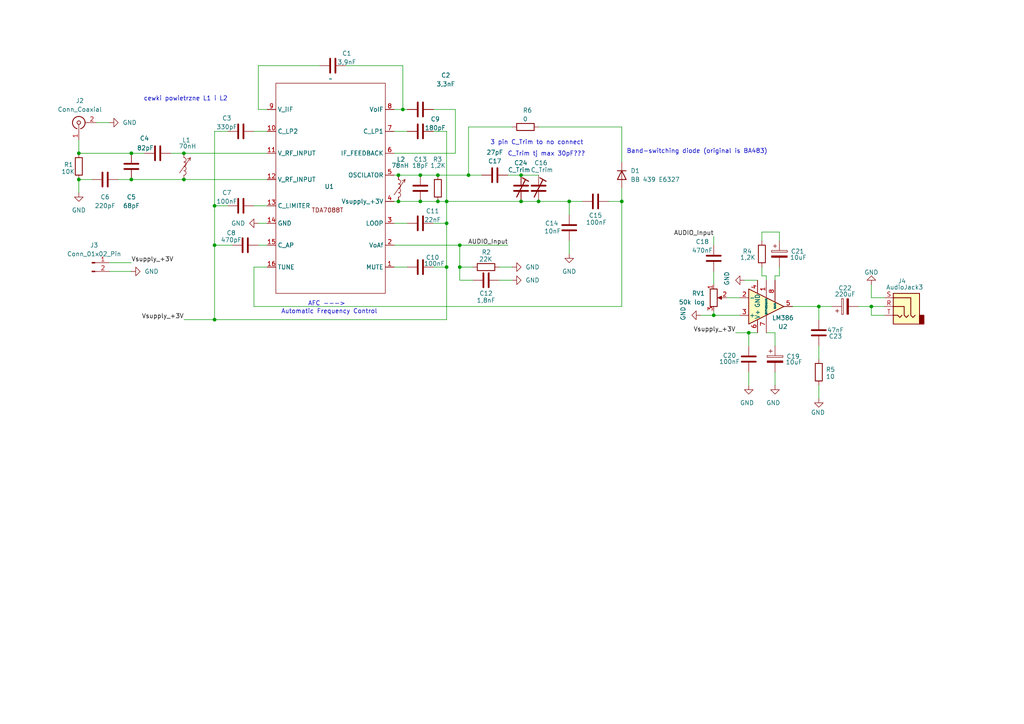
<source format=kicad_sch>
(kicad_sch
	(version 20250114)
	(generator "eeschema")
	(generator_version "9.0")
	(uuid "c19a59bc-f977-409a-86eb-eb14ca11f87a")
	(paper "A4")
	(lib_symbols
		(symbol "Amplifier_Audio:LM386"
			(pin_names
				(offset 0.127)
			)
			(exclude_from_sim no)
			(in_bom yes)
			(on_board yes)
			(property "Reference" "U"
				(at 1.27 7.62 0)
				(effects
					(font
						(size 1.27 1.27)
					)
					(justify left)
				)
			)
			(property "Value" "LM386"
				(at 1.27 5.08 0)
				(effects
					(font
						(size 1.27 1.27)
					)
					(justify left)
				)
			)
			(property "Footprint" ""
				(at 2.54 2.54 0)
				(effects
					(font
						(size 1.27 1.27)
					)
					(hide yes)
				)
			)
			(property "Datasheet" "http://www.ti.com/lit/ds/symlink/lm386.pdf"
				(at 5.08 5.08 0)
				(effects
					(font
						(size 1.27 1.27)
					)
					(hide yes)
				)
			)
			(property "Description" "Low Voltage Audio Power Amplifier, DIP-8/SOIC-8/SSOP-8"
				(at 0 0 0)
				(effects
					(font
						(size 1.27 1.27)
					)
					(hide yes)
				)
			)
			(property "ki_keywords" "single Power opamp"
				(at 0 0 0)
				(effects
					(font
						(size 1.27 1.27)
					)
					(hide yes)
				)
			)
			(property "ki_fp_filters" "SOIC*3.9x4.9mm*P1.27mm* DIP*W7.62mm* MSSOP*P0.65mm* TSSOP*3x3mm*P0.5mm*"
				(at 0 0 0)
				(effects
					(font
						(size 1.27 1.27)
					)
					(hide yes)
				)
			)
			(symbol "LM386_0_1"
				(polyline
					(pts
						(xy 5.08 0) (xy -5.08 5.08) (xy -5.08 -5.08) (xy 5.08 0)
					)
					(stroke
						(width 0.254)
						(type default)
					)
					(fill
						(type background)
					)
				)
			)
			(symbol "LM386_1_1"
				(pin input line
					(at -7.62 2.54 0)
					(length 2.54)
					(name "+"
						(effects
							(font
								(size 1.27 1.27)
							)
						)
					)
					(number "3"
						(effects
							(font
								(size 1.27 1.27)
							)
						)
					)
				)
				(pin input line
					(at -7.62 -2.54 0)
					(length 2.54)
					(name "-"
						(effects
							(font
								(size 1.27 1.27)
							)
						)
					)
					(number "2"
						(effects
							(font
								(size 1.27 1.27)
							)
						)
					)
				)
				(pin power_in line
					(at -2.54 7.62 270)
					(length 3.81)
					(name "V+"
						(effects
							(font
								(size 1.27 1.27)
							)
						)
					)
					(number "6"
						(effects
							(font
								(size 1.27 1.27)
							)
						)
					)
				)
				(pin power_in line
					(at -2.54 -7.62 90)
					(length 3.81)
					(name "GND"
						(effects
							(font
								(size 1.27 1.27)
							)
						)
					)
					(number "4"
						(effects
							(font
								(size 1.27 1.27)
							)
						)
					)
				)
				(pin input line
					(at 0 7.62 270)
					(length 5.08)
					(name "BYPASS"
						(effects
							(font
								(size 0.508 0.508)
							)
						)
					)
					(number "7"
						(effects
							(font
								(size 1.27 1.27)
							)
						)
					)
				)
				(pin input line
					(at 0 -7.62 90)
					(length 5.08)
					(name "GAIN"
						(effects
							(font
								(size 0.508 0.508)
							)
						)
					)
					(number "1"
						(effects
							(font
								(size 1.27 1.27)
							)
						)
					)
				)
				(pin input line
					(at 2.54 -7.62 90)
					(length 6.35)
					(name "GAIN"
						(effects
							(font
								(size 0.508 0.508)
							)
						)
					)
					(number "8"
						(effects
							(font
								(size 1.27 1.27)
							)
						)
					)
				)
				(pin output line
					(at 7.62 0 180)
					(length 2.54)
					(name "~"
						(effects
							(font
								(size 1.27 1.27)
							)
						)
					)
					(number "5"
						(effects
							(font
								(size 1.27 1.27)
							)
						)
					)
				)
			)
			(embedded_fonts no)
		)
		(symbol "Connector:Conn_01x02_Pin"
			(pin_names
				(offset 1.016)
				(hide yes)
			)
			(exclude_from_sim no)
			(in_bom yes)
			(on_board yes)
			(property "Reference" "J"
				(at 0 2.54 0)
				(effects
					(font
						(size 1.27 1.27)
					)
				)
			)
			(property "Value" "Conn_01x02_Pin"
				(at 0 -5.08 0)
				(effects
					(font
						(size 1.27 1.27)
					)
				)
			)
			(property "Footprint" ""
				(at 0 0 0)
				(effects
					(font
						(size 1.27 1.27)
					)
					(hide yes)
				)
			)
			(property "Datasheet" "~"
				(at 0 0 0)
				(effects
					(font
						(size 1.27 1.27)
					)
					(hide yes)
				)
			)
			(property "Description" "Generic connector, single row, 01x02, script generated"
				(at 0 0 0)
				(effects
					(font
						(size 1.27 1.27)
					)
					(hide yes)
				)
			)
			(property "ki_locked" ""
				(at 0 0 0)
				(effects
					(font
						(size 1.27 1.27)
					)
				)
			)
			(property "ki_keywords" "connector"
				(at 0 0 0)
				(effects
					(font
						(size 1.27 1.27)
					)
					(hide yes)
				)
			)
			(property "ki_fp_filters" "Connector*:*_1x??_*"
				(at 0 0 0)
				(effects
					(font
						(size 1.27 1.27)
					)
					(hide yes)
				)
			)
			(symbol "Conn_01x02_Pin_1_1"
				(rectangle
					(start 0.8636 0.127)
					(end 0 -0.127)
					(stroke
						(width 0.1524)
						(type default)
					)
					(fill
						(type outline)
					)
				)
				(rectangle
					(start 0.8636 -2.413)
					(end 0 -2.667)
					(stroke
						(width 0.1524)
						(type default)
					)
					(fill
						(type outline)
					)
				)
				(polyline
					(pts
						(xy 1.27 0) (xy 0.8636 0)
					)
					(stroke
						(width 0.1524)
						(type default)
					)
					(fill
						(type none)
					)
				)
				(polyline
					(pts
						(xy 1.27 -2.54) (xy 0.8636 -2.54)
					)
					(stroke
						(width 0.1524)
						(type default)
					)
					(fill
						(type none)
					)
				)
				(pin passive line
					(at 5.08 0 180)
					(length 3.81)
					(name "Pin_1"
						(effects
							(font
								(size 1.27 1.27)
							)
						)
					)
					(number "1"
						(effects
							(font
								(size 1.27 1.27)
							)
						)
					)
				)
				(pin passive line
					(at 5.08 -2.54 180)
					(length 3.81)
					(name "Pin_2"
						(effects
							(font
								(size 1.27 1.27)
							)
						)
					)
					(number "2"
						(effects
							(font
								(size 1.27 1.27)
							)
						)
					)
				)
			)
			(embedded_fonts no)
		)
		(symbol "Connector:Conn_Coaxial"
			(pin_names
				(offset 1.016)
				(hide yes)
			)
			(exclude_from_sim no)
			(in_bom yes)
			(on_board yes)
			(property "Reference" "J"
				(at 0.254 3.048 0)
				(effects
					(font
						(size 1.27 1.27)
					)
				)
			)
			(property "Value" "Conn_Coaxial"
				(at 2.921 0 90)
				(effects
					(font
						(size 1.27 1.27)
					)
				)
			)
			(property "Footprint" ""
				(at 0 0 0)
				(effects
					(font
						(size 1.27 1.27)
					)
					(hide yes)
				)
			)
			(property "Datasheet" "~"
				(at 0 0 0)
				(effects
					(font
						(size 1.27 1.27)
					)
					(hide yes)
				)
			)
			(property "Description" "coaxial connector (BNC, SMA, SMB, SMC, Cinch/RCA, LEMO, ...)"
				(at 0 0 0)
				(effects
					(font
						(size 1.27 1.27)
					)
					(hide yes)
				)
			)
			(property "ki_keywords" "BNC SMA SMB SMC LEMO coaxial connector CINCH RCA MCX MMCX U.FL UMRF"
				(at 0 0 0)
				(effects
					(font
						(size 1.27 1.27)
					)
					(hide yes)
				)
			)
			(property "ki_fp_filters" "*BNC* *SMA* *SMB* *SMC* *Cinch* *LEMO* *UMRF* *MCX* *U.FL*"
				(at 0 0 0)
				(effects
					(font
						(size 1.27 1.27)
					)
					(hide yes)
				)
			)
			(symbol "Conn_Coaxial_0_1"
				(polyline
					(pts
						(xy -2.54 0) (xy -0.508 0)
					)
					(stroke
						(width 0)
						(type default)
					)
					(fill
						(type none)
					)
				)
				(arc
					(start 1.778 0)
					(mid 0.222 -1.8079)
					(end -1.778 -0.508)
					(stroke
						(width 0.254)
						(type default)
					)
					(fill
						(type none)
					)
				)
				(arc
					(start -1.778 0.508)
					(mid 0.2221 1.8084)
					(end 1.778 0)
					(stroke
						(width 0.254)
						(type default)
					)
					(fill
						(type none)
					)
				)
				(circle
					(center 0 0)
					(radius 0.508)
					(stroke
						(width 0.2032)
						(type default)
					)
					(fill
						(type none)
					)
				)
				(polyline
					(pts
						(xy 0 -2.54) (xy 0 -1.778)
					)
					(stroke
						(width 0)
						(type default)
					)
					(fill
						(type none)
					)
				)
			)
			(symbol "Conn_Coaxial_1_1"
				(pin passive line
					(at -5.08 0 0)
					(length 2.54)
					(name "In"
						(effects
							(font
								(size 1.27 1.27)
							)
						)
					)
					(number "1"
						(effects
							(font
								(size 1.27 1.27)
							)
						)
					)
				)
				(pin passive line
					(at 0 -5.08 90)
					(length 2.54)
					(name "Ext"
						(effects
							(font
								(size 1.27 1.27)
							)
						)
					)
					(number "2"
						(effects
							(font
								(size 1.27 1.27)
							)
						)
					)
				)
			)
			(embedded_fonts no)
		)
		(symbol "Connector_Audio:AudioJack3"
			(exclude_from_sim no)
			(in_bom yes)
			(on_board yes)
			(property "Reference" "J"
				(at 0 8.89 0)
				(effects
					(font
						(size 1.27 1.27)
					)
				)
			)
			(property "Value" "AudioJack3"
				(at 0 6.35 0)
				(effects
					(font
						(size 1.27 1.27)
					)
				)
			)
			(property "Footprint" ""
				(at 0 0 0)
				(effects
					(font
						(size 1.27 1.27)
					)
					(hide yes)
				)
			)
			(property "Datasheet" "~"
				(at 0 0 0)
				(effects
					(font
						(size 1.27 1.27)
					)
					(hide yes)
				)
			)
			(property "Description" "Audio Jack, 3 Poles (Stereo / TRS)"
				(at 0 0 0)
				(effects
					(font
						(size 1.27 1.27)
					)
					(hide yes)
				)
			)
			(property "ki_keywords" "audio jack receptacle stereo headphones phones TRS connector"
				(at 0 0 0)
				(effects
					(font
						(size 1.27 1.27)
					)
					(hide yes)
				)
			)
			(property "ki_fp_filters" "Jack*"
				(at 0 0 0)
				(effects
					(font
						(size 1.27 1.27)
					)
					(hide yes)
				)
			)
			(symbol "AudioJack3_0_1"
				(rectangle
					(start -5.08 -5.08)
					(end -6.35 -2.54)
					(stroke
						(width 0.254)
						(type default)
					)
					(fill
						(type outline)
					)
				)
				(polyline
					(pts
						(xy -1.905 -2.54) (xy -1.27 -3.175) (xy -0.635 -2.54) (xy -0.635 0) (xy 2.54 0)
					)
					(stroke
						(width 0.254)
						(type default)
					)
					(fill
						(type none)
					)
				)
				(polyline
					(pts
						(xy 0 -2.54) (xy 0.635 -3.175) (xy 1.27 -2.54) (xy 2.54 -2.54)
					)
					(stroke
						(width 0.254)
						(type default)
					)
					(fill
						(type none)
					)
				)
				(rectangle
					(start 2.54 3.81)
					(end -5.08 -5.08)
					(stroke
						(width 0.254)
						(type default)
					)
					(fill
						(type background)
					)
				)
				(polyline
					(pts
						(xy 2.54 2.54) (xy -2.54 2.54) (xy -2.54 -2.54) (xy -3.175 -3.175) (xy -3.81 -2.54)
					)
					(stroke
						(width 0.254)
						(type default)
					)
					(fill
						(type none)
					)
				)
			)
			(symbol "AudioJack3_1_1"
				(pin passive line
					(at 5.08 2.54 180)
					(length 2.54)
					(name "~"
						(effects
							(font
								(size 1.27 1.27)
							)
						)
					)
					(number "S"
						(effects
							(font
								(size 1.27 1.27)
							)
						)
					)
				)
				(pin passive line
					(at 5.08 0 180)
					(length 2.54)
					(name "~"
						(effects
							(font
								(size 1.27 1.27)
							)
						)
					)
					(number "R"
						(effects
							(font
								(size 1.27 1.27)
							)
						)
					)
				)
				(pin passive line
					(at 5.08 -2.54 180)
					(length 2.54)
					(name "~"
						(effects
							(font
								(size 1.27 1.27)
							)
						)
					)
					(number "T"
						(effects
							(font
								(size 1.27 1.27)
							)
						)
					)
				)
			)
			(embedded_fonts no)
		)
		(symbol "Custom Library:TDA7088T"
			(exclude_from_sim no)
			(in_bom yes)
			(on_board yes)
			(property "Reference" "U"
				(at 0 8.89 0)
				(effects
					(font
						(size 1.27 1.27)
					)
				)
			)
			(property "Value" ""
				(at 0 0 0)
				(effects
					(font
						(size 1.27 1.27)
					)
				)
			)
			(property "Footprint" ""
				(at 0 0 0)
				(effects
					(font
						(size 1.27 1.27)
					)
					(hide yes)
				)
			)
			(property "Datasheet" ""
				(at 0 0 0)
				(effects
					(font
						(size 1.27 1.27)
					)
					(hide yes)
				)
			)
			(property "Description" ""
				(at 0 0 0)
				(effects
					(font
						(size 1.27 1.27)
					)
					(hide yes)
				)
			)
			(symbol "TDA7088T_0_1"
				(rectangle
					(start -16.51 30.48)
					(end 15.24 -30.48)
					(stroke
						(width 0)
						(type default)
					)
					(fill
						(type none)
					)
				)
			)
			(symbol "TDA7088T_1_1"
				(text "TDA7088T"
					(at 0.254 6.35 0)
					(effects
						(font
							(size 1.27 1.27)
						)
					)
				)
				(pin bidirectional line
					(at -19.05 22.86 0)
					(length 2.54)
					(name "MUTE"
						(effects
							(font
								(size 1.27 1.27)
							)
						)
					)
					(number "1"
						(effects
							(font
								(size 1.27 1.27)
							)
						)
					)
				)
				(pin output line
					(at -19.05 16.51 0)
					(length 2.54)
					(name "VoAf"
						(effects
							(font
								(size 1.27 1.27)
							)
						)
					)
					(number "2"
						(effects
							(font
								(size 1.27 1.27)
							)
						)
					)
				)
				(pin bidirectional line
					(at -19.05 10.16 0)
					(length 2.54)
					(name "LOOP"
						(effects
							(font
								(size 1.27 1.27)
							)
						)
					)
					(number "3"
						(effects
							(font
								(size 1.27 1.27)
							)
						)
					)
				)
				(pin power_in line
					(at -19.05 3.81 0)
					(length 2.54)
					(name "Vsupply_+3V"
						(effects
							(font
								(size 1.27 1.27)
							)
						)
					)
					(number "4"
						(effects
							(font
								(size 1.27 1.27)
							)
						)
					)
				)
				(pin bidirectional line
					(at -19.05 -3.81 0)
					(length 2.54)
					(name "OSCILATOR"
						(effects
							(font
								(size 1.27 1.27)
							)
						)
					)
					(number "5"
						(effects
							(font
								(size 1.27 1.27)
							)
						)
					)
				)
				(pin bidirectional line
					(at -19.05 -10.16 0)
					(length 2.54)
					(name "IF_FEEDBACK"
						(effects
							(font
								(size 1.27 1.27)
							)
						)
					)
					(number "6"
						(effects
							(font
								(size 1.27 1.27)
							)
						)
					)
				)
				(pin bidirectional line
					(at -19.05 -16.51 0)
					(length 2.54)
					(name "C_LP1"
						(effects
							(font
								(size 1.27 1.27)
							)
						)
					)
					(number "7"
						(effects
							(font
								(size 1.27 1.27)
							)
						)
					)
				)
				(pin bidirectional line
					(at -19.05 -22.86 0)
					(length 2.54)
					(name "VoIF"
						(effects
							(font
								(size 1.27 1.27)
							)
						)
					)
					(number "8"
						(effects
							(font
								(size 1.27 1.27)
							)
						)
					)
				)
				(pin bidirectional line
					(at 17.78 22.86 180)
					(length 2.54)
					(name "TUNE"
						(effects
							(font
								(size 1.27 1.27)
							)
						)
					)
					(number "16"
						(effects
							(font
								(size 1.27 1.27)
							)
						)
					)
				)
				(pin bidirectional line
					(at 17.78 16.51 180)
					(length 2.54)
					(name "C_AP"
						(effects
							(font
								(size 1.27 1.27)
							)
						)
					)
					(number "15"
						(effects
							(font
								(size 1.27 1.27)
							)
						)
					)
				)
				(pin power_in line
					(at 17.78 10.16 180)
					(length 2.54)
					(name "GND"
						(effects
							(font
								(size 1.27 1.27)
							)
						)
					)
					(number "14"
						(effects
							(font
								(size 1.27 1.27)
							)
						)
					)
				)
				(pin bidirectional line
					(at 17.78 5.08 180)
					(length 2.54)
					(name "C_LIMITER"
						(effects
							(font
								(size 1.27 1.27)
							)
						)
					)
					(number "13"
						(effects
							(font
								(size 1.27 1.27)
							)
						)
					)
				)
				(pin input line
					(at 17.78 -2.54 180)
					(length 2.54)
					(name "V_RF_INPUT"
						(effects
							(font
								(size 1.27 1.27)
							)
						)
					)
					(number "12"
						(effects
							(font
								(size 1.27 1.27)
							)
						)
					)
				)
				(pin input line
					(at 17.78 -10.16 180)
					(length 2.54)
					(name "V_RF_INPUT"
						(effects
							(font
								(size 1.27 1.27)
							)
						)
					)
					(number "11"
						(effects
							(font
								(size 1.27 1.27)
							)
						)
					)
				)
				(pin bidirectional line
					(at 17.78 -16.51 180)
					(length 2.54)
					(name "C_LP2"
						(effects
							(font
								(size 1.27 1.27)
							)
						)
					)
					(number "10"
						(effects
							(font
								(size 1.27 1.27)
							)
						)
					)
				)
				(pin input line
					(at 17.78 -22.86 180)
					(length 2.54)
					(name "V_iIF"
						(effects
							(font
								(size 1.27 1.27)
							)
						)
					)
					(number "9"
						(effects
							(font
								(size 1.27 1.27)
							)
						)
					)
				)
			)
			(embedded_fonts no)
		)
		(symbol "Device:C"
			(pin_numbers
				(hide yes)
			)
			(pin_names
				(offset 0.254)
			)
			(exclude_from_sim no)
			(in_bom yes)
			(on_board yes)
			(property "Reference" "C"
				(at 0.635 2.54 0)
				(effects
					(font
						(size 1.27 1.27)
					)
					(justify left)
				)
			)
			(property "Value" "C"
				(at 0.635 -2.54 0)
				(effects
					(font
						(size 1.27 1.27)
					)
					(justify left)
				)
			)
			(property "Footprint" ""
				(at 0.9652 -3.81 0)
				(effects
					(font
						(size 1.27 1.27)
					)
					(hide yes)
				)
			)
			(property "Datasheet" "~"
				(at 0 0 0)
				(effects
					(font
						(size 1.27 1.27)
					)
					(hide yes)
				)
			)
			(property "Description" "Unpolarized capacitor"
				(at 0 0 0)
				(effects
					(font
						(size 1.27 1.27)
					)
					(hide yes)
				)
			)
			(property "ki_keywords" "cap capacitor"
				(at 0 0 0)
				(effects
					(font
						(size 1.27 1.27)
					)
					(hide yes)
				)
			)
			(property "ki_fp_filters" "C_*"
				(at 0 0 0)
				(effects
					(font
						(size 1.27 1.27)
					)
					(hide yes)
				)
			)
			(symbol "C_0_1"
				(polyline
					(pts
						(xy -2.032 0.762) (xy 2.032 0.762)
					)
					(stroke
						(width 0.508)
						(type default)
					)
					(fill
						(type none)
					)
				)
				(polyline
					(pts
						(xy -2.032 -0.762) (xy 2.032 -0.762)
					)
					(stroke
						(width 0.508)
						(type default)
					)
					(fill
						(type none)
					)
				)
			)
			(symbol "C_1_1"
				(pin passive line
					(at 0 3.81 270)
					(length 2.794)
					(name "~"
						(effects
							(font
								(size 1.27 1.27)
							)
						)
					)
					(number "1"
						(effects
							(font
								(size 1.27 1.27)
							)
						)
					)
				)
				(pin passive line
					(at 0 -3.81 90)
					(length 2.794)
					(name "~"
						(effects
							(font
								(size 1.27 1.27)
							)
						)
					)
					(number "2"
						(effects
							(font
								(size 1.27 1.27)
							)
						)
					)
				)
			)
			(embedded_fonts no)
		)
		(symbol "Device:C_Polarized"
			(pin_numbers
				(hide yes)
			)
			(pin_names
				(offset 0.254)
			)
			(exclude_from_sim no)
			(in_bom yes)
			(on_board yes)
			(property "Reference" "C"
				(at 0.635 2.54 0)
				(effects
					(font
						(size 1.27 1.27)
					)
					(justify left)
				)
			)
			(property "Value" "C_Polarized"
				(at 0.635 -2.54 0)
				(effects
					(font
						(size 1.27 1.27)
					)
					(justify left)
				)
			)
			(property "Footprint" ""
				(at 0.9652 -3.81 0)
				(effects
					(font
						(size 1.27 1.27)
					)
					(hide yes)
				)
			)
			(property "Datasheet" "~"
				(at 0 0 0)
				(effects
					(font
						(size 1.27 1.27)
					)
					(hide yes)
				)
			)
			(property "Description" "Polarized capacitor"
				(at 0 0 0)
				(effects
					(font
						(size 1.27 1.27)
					)
					(hide yes)
				)
			)
			(property "ki_keywords" "cap capacitor"
				(at 0 0 0)
				(effects
					(font
						(size 1.27 1.27)
					)
					(hide yes)
				)
			)
			(property "ki_fp_filters" "CP_*"
				(at 0 0 0)
				(effects
					(font
						(size 1.27 1.27)
					)
					(hide yes)
				)
			)
			(symbol "C_Polarized_0_1"
				(rectangle
					(start -2.286 0.508)
					(end 2.286 1.016)
					(stroke
						(width 0)
						(type default)
					)
					(fill
						(type none)
					)
				)
				(polyline
					(pts
						(xy -1.778 2.286) (xy -0.762 2.286)
					)
					(stroke
						(width 0)
						(type default)
					)
					(fill
						(type none)
					)
				)
				(polyline
					(pts
						(xy -1.27 2.794) (xy -1.27 1.778)
					)
					(stroke
						(width 0)
						(type default)
					)
					(fill
						(type none)
					)
				)
				(rectangle
					(start 2.286 -0.508)
					(end -2.286 -1.016)
					(stroke
						(width 0)
						(type default)
					)
					(fill
						(type outline)
					)
				)
			)
			(symbol "C_Polarized_1_1"
				(pin passive line
					(at 0 3.81 270)
					(length 2.794)
					(name "~"
						(effects
							(font
								(size 1.27 1.27)
							)
						)
					)
					(number "1"
						(effects
							(font
								(size 1.27 1.27)
							)
						)
					)
				)
				(pin passive line
					(at 0 -3.81 90)
					(length 2.794)
					(name "~"
						(effects
							(font
								(size 1.27 1.27)
							)
						)
					)
					(number "2"
						(effects
							(font
								(size 1.27 1.27)
							)
						)
					)
				)
			)
			(embedded_fonts no)
		)
		(symbol "Device:C_Trim"
			(pin_numbers
				(hide yes)
			)
			(pin_names
				(offset 0.254)
				(hide yes)
			)
			(exclude_from_sim no)
			(in_bom yes)
			(on_board yes)
			(property "Reference" "C"
				(at 1.524 -2.032 0)
				(effects
					(font
						(size 1.27 1.27)
					)
				)
			)
			(property "Value" "C_Trim"
				(at 3.048 -3.556 0)
				(effects
					(font
						(size 1.27 1.27)
					)
				)
			)
			(property "Footprint" ""
				(at 0 0 0)
				(effects
					(font
						(size 1.27 1.27)
					)
					(hide yes)
				)
			)
			(property "Datasheet" "~"
				(at 0 0 0)
				(effects
					(font
						(size 1.27 1.27)
					)
					(hide yes)
				)
			)
			(property "Description" "Trimmable capacitor"
				(at 0 0 0)
				(effects
					(font
						(size 1.27 1.27)
					)
					(hide yes)
				)
			)
			(property "ki_keywords" "trimmer variable capacitor"
				(at 0 0 0)
				(effects
					(font
						(size 1.27 1.27)
					)
					(hide yes)
				)
			)
			(symbol "C_Trim_0_1"
				(polyline
					(pts
						(xy -2.032 0.762) (xy 2.032 0.762)
					)
					(stroke
						(width 0.508)
						(type default)
					)
					(fill
						(type none)
					)
				)
				(polyline
					(pts
						(xy -2.032 -0.762) (xy 2.032 -0.762)
					)
					(stroke
						(width 0.508)
						(type default)
					)
					(fill
						(type none)
					)
				)
				(polyline
					(pts
						(xy 1.27 2.54) (xy -1.27 -2.54)
					)
					(stroke
						(width 0.3048)
						(type default)
					)
					(fill
						(type none)
					)
				)
				(polyline
					(pts
						(xy 1.27 2.54) (xy 0.381 3.048)
					)
					(stroke
						(width 0.3048)
						(type default)
					)
					(fill
						(type none)
					)
				)
				(polyline
					(pts
						(xy 1.27 2.54) (xy 2.159 2.032)
					)
					(stroke
						(width 0.3048)
						(type default)
					)
					(fill
						(type none)
					)
				)
			)
			(symbol "C_Trim_1_1"
				(pin passive line
					(at 0 3.81 270)
					(length 3.048)
					(name "~"
						(effects
							(font
								(size 1.27 1.27)
							)
						)
					)
					(number "1"
						(effects
							(font
								(size 1.27 1.27)
							)
						)
					)
				)
				(pin passive line
					(at 0 -3.81 90)
					(length 3.048)
					(name "~"
						(effects
							(font
								(size 1.27 1.27)
							)
						)
					)
					(number "2"
						(effects
							(font
								(size 1.27 1.27)
							)
						)
					)
				)
			)
			(embedded_fonts no)
		)
		(symbol "Device:L_Trim"
			(pin_numbers
				(hide yes)
			)
			(pin_names
				(offset 1.016)
				(hide yes)
			)
			(exclude_from_sim no)
			(in_bom yes)
			(on_board yes)
			(property "Reference" "L"
				(at -1.905 0 90)
				(effects
					(font
						(size 1.27 1.27)
					)
				)
			)
			(property "Value" "L_Trim"
				(at 3.175 0 90)
				(effects
					(font
						(size 1.27 1.27)
					)
				)
			)
			(property "Footprint" ""
				(at 0 0 0)
				(effects
					(font
						(size 1.27 1.27)
					)
					(hide yes)
				)
			)
			(property "Datasheet" "~"
				(at 0 0 0)
				(effects
					(font
						(size 1.27 1.27)
					)
					(hide yes)
				)
			)
			(property "Description" "Variable inductor"
				(at 0 0 0)
				(effects
					(font
						(size 1.27 1.27)
					)
					(hide yes)
				)
			)
			(property "ki_keywords" "inductor choke coil reactor magnetic"
				(at 0 0 0)
				(effects
					(font
						(size 1.27 1.27)
					)
					(hide yes)
				)
			)
			(property "ki_fp_filters" "Inductor_* L_*"
				(at 0 0 0)
				(effects
					(font
						(size 1.27 1.27)
					)
					(hide yes)
				)
			)
			(symbol "L_Trim_0_1"
				(polyline
					(pts
						(xy -1.27 -1.905) (xy 1.905 2.54)
					)
					(stroke
						(width 0)
						(type default)
					)
					(fill
						(type none)
					)
				)
				(arc
					(start 0 2.54)
					(mid 0.6323 1.905)
					(end 0 1.27)
					(stroke
						(width 0)
						(type default)
					)
					(fill
						(type none)
					)
				)
				(arc
					(start 0 1.27)
					(mid 0.6323 0.635)
					(end 0 0)
					(stroke
						(width 0)
						(type default)
					)
					(fill
						(type none)
					)
				)
				(arc
					(start 0 0)
					(mid 0.6323 -0.635)
					(end 0 -1.27)
					(stroke
						(width 0)
						(type default)
					)
					(fill
						(type none)
					)
				)
				(arc
					(start 0 -1.27)
					(mid 0.6323 -1.905)
					(end 0 -2.54)
					(stroke
						(width 0)
						(type default)
					)
					(fill
						(type none)
					)
				)
				(polyline
					(pts
						(xy 1.905 2.54) (xy 1.016 2.159)
					)
					(stroke
						(width 0)
						(type default)
					)
					(fill
						(type none)
					)
				)
				(polyline
					(pts
						(xy 1.905 2.54) (xy 1.778 1.651)
					)
					(stroke
						(width 0)
						(type default)
					)
					(fill
						(type none)
					)
				)
			)
			(symbol "L_Trim_1_1"
				(pin passive line
					(at 0 3.81 270)
					(length 1.27)
					(name "1"
						(effects
							(font
								(size 1.27 1.27)
							)
						)
					)
					(number "1"
						(effects
							(font
								(size 1.27 1.27)
							)
						)
					)
				)
				(pin passive line
					(at 0 -3.81 90)
					(length 1.27)
					(name "2"
						(effects
							(font
								(size 1.27 1.27)
							)
						)
					)
					(number "2"
						(effects
							(font
								(size 1.27 1.27)
							)
						)
					)
				)
			)
			(embedded_fonts no)
		)
		(symbol "Device:R"
			(pin_numbers
				(hide yes)
			)
			(pin_names
				(offset 0)
			)
			(exclude_from_sim no)
			(in_bom yes)
			(on_board yes)
			(property "Reference" "R"
				(at 2.032 0 90)
				(effects
					(font
						(size 1.27 1.27)
					)
				)
			)
			(property "Value" "R"
				(at 0 0 90)
				(effects
					(font
						(size 1.27 1.27)
					)
				)
			)
			(property "Footprint" ""
				(at -1.778 0 90)
				(effects
					(font
						(size 1.27 1.27)
					)
					(hide yes)
				)
			)
			(property "Datasheet" "~"
				(at 0 0 0)
				(effects
					(font
						(size 1.27 1.27)
					)
					(hide yes)
				)
			)
			(property "Description" "Resistor"
				(at 0 0 0)
				(effects
					(font
						(size 1.27 1.27)
					)
					(hide yes)
				)
			)
			(property "ki_keywords" "R res resistor"
				(at 0 0 0)
				(effects
					(font
						(size 1.27 1.27)
					)
					(hide yes)
				)
			)
			(property "ki_fp_filters" "R_*"
				(at 0 0 0)
				(effects
					(font
						(size 1.27 1.27)
					)
					(hide yes)
				)
			)
			(symbol "R_0_1"
				(rectangle
					(start -1.016 -2.54)
					(end 1.016 2.54)
					(stroke
						(width 0.254)
						(type default)
					)
					(fill
						(type none)
					)
				)
			)
			(symbol "R_1_1"
				(pin passive line
					(at 0 3.81 270)
					(length 1.27)
					(name "~"
						(effects
							(font
								(size 1.27 1.27)
							)
						)
					)
					(number "1"
						(effects
							(font
								(size 1.27 1.27)
							)
						)
					)
				)
				(pin passive line
					(at 0 -3.81 90)
					(length 1.27)
					(name "~"
						(effects
							(font
								(size 1.27 1.27)
							)
						)
					)
					(number "2"
						(effects
							(font
								(size 1.27 1.27)
							)
						)
					)
				)
			)
			(embedded_fonts no)
		)
		(symbol "Device:R_Potentiometer"
			(pin_names
				(offset 1.016)
				(hide yes)
			)
			(exclude_from_sim no)
			(in_bom yes)
			(on_board yes)
			(property "Reference" "RV"
				(at -4.445 0 90)
				(effects
					(font
						(size 1.27 1.27)
					)
				)
			)
			(property "Value" "R_Potentiometer"
				(at -2.54 0 90)
				(effects
					(font
						(size 1.27 1.27)
					)
				)
			)
			(property "Footprint" ""
				(at 0 0 0)
				(effects
					(font
						(size 1.27 1.27)
					)
					(hide yes)
				)
			)
			(property "Datasheet" "~"
				(at 0 0 0)
				(effects
					(font
						(size 1.27 1.27)
					)
					(hide yes)
				)
			)
			(property "Description" "Potentiometer"
				(at 0 0 0)
				(effects
					(font
						(size 1.27 1.27)
					)
					(hide yes)
				)
			)
			(property "ki_keywords" "resistor variable"
				(at 0 0 0)
				(effects
					(font
						(size 1.27 1.27)
					)
					(hide yes)
				)
			)
			(property "ki_fp_filters" "Potentiometer*"
				(at 0 0 0)
				(effects
					(font
						(size 1.27 1.27)
					)
					(hide yes)
				)
			)
			(symbol "R_Potentiometer_0_1"
				(rectangle
					(start 1.016 2.54)
					(end -1.016 -2.54)
					(stroke
						(width 0.254)
						(type default)
					)
					(fill
						(type none)
					)
				)
				(polyline
					(pts
						(xy 1.143 0) (xy 2.286 0.508) (xy 2.286 -0.508) (xy 1.143 0)
					)
					(stroke
						(width 0)
						(type default)
					)
					(fill
						(type outline)
					)
				)
				(polyline
					(pts
						(xy 2.54 0) (xy 1.524 0)
					)
					(stroke
						(width 0)
						(type default)
					)
					(fill
						(type none)
					)
				)
			)
			(symbol "R_Potentiometer_1_1"
				(pin passive line
					(at 0 3.81 270)
					(length 1.27)
					(name "1"
						(effects
							(font
								(size 1.27 1.27)
							)
						)
					)
					(number "1"
						(effects
							(font
								(size 1.27 1.27)
							)
						)
					)
				)
				(pin passive line
					(at 0 -3.81 90)
					(length 1.27)
					(name "3"
						(effects
							(font
								(size 1.27 1.27)
							)
						)
					)
					(number "3"
						(effects
							(font
								(size 1.27 1.27)
							)
						)
					)
				)
				(pin passive line
					(at 3.81 0 180)
					(length 1.27)
					(name "2"
						(effects
							(font
								(size 1.27 1.27)
							)
						)
					)
					(number "2"
						(effects
							(font
								(size 1.27 1.27)
							)
						)
					)
				)
			)
			(embedded_fonts no)
		)
		(symbol "Diode:1N4148WT"
			(pin_numbers
				(hide yes)
			)
			(pin_names
				(hide yes)
			)
			(exclude_from_sim no)
			(in_bom yes)
			(on_board yes)
			(property "Reference" "D"
				(at 0 2.54 0)
				(effects
					(font
						(size 1.27 1.27)
					)
				)
			)
			(property "Value" "1N4148WT"
				(at 0 -2.54 0)
				(effects
					(font
						(size 1.27 1.27)
					)
				)
			)
			(property "Footprint" "Diode_SMD:D_SOD-523"
				(at 0 -4.445 0)
				(effects
					(font
						(size 1.27 1.27)
					)
					(hide yes)
				)
			)
			(property "Datasheet" "https://www.diodes.com/assets/Datasheets/ds30396.pdf"
				(at 0 0 0)
				(effects
					(font
						(size 1.27 1.27)
					)
					(hide yes)
				)
			)
			(property "Description" "75V 0.15A Fast switching Diode, SOD-523"
				(at 0 0 0)
				(effects
					(font
						(size 1.27 1.27)
					)
					(hide yes)
				)
			)
			(property "Sim.Device" "D"
				(at 0 0 0)
				(effects
					(font
						(size 1.27 1.27)
					)
					(hide yes)
				)
			)
			(property "Sim.Pins" "1=K 2=A"
				(at 0 0 0)
				(effects
					(font
						(size 1.27 1.27)
					)
					(hide yes)
				)
			)
			(property "ki_keywords" "diode"
				(at 0 0 0)
				(effects
					(font
						(size 1.27 1.27)
					)
					(hide yes)
				)
			)
			(property "ki_fp_filters" "D*SOD?523*"
				(at 0 0 0)
				(effects
					(font
						(size 1.27 1.27)
					)
					(hide yes)
				)
			)
			(symbol "1N4148WT_0_1"
				(polyline
					(pts
						(xy -1.27 1.27) (xy -1.27 -1.27)
					)
					(stroke
						(width 0.254)
						(type default)
					)
					(fill
						(type none)
					)
				)
				(polyline
					(pts
						(xy 1.27 1.27) (xy 1.27 -1.27) (xy -1.27 0) (xy 1.27 1.27)
					)
					(stroke
						(width 0.254)
						(type default)
					)
					(fill
						(type none)
					)
				)
				(polyline
					(pts
						(xy 1.27 0) (xy -1.27 0)
					)
					(stroke
						(width 0)
						(type default)
					)
					(fill
						(type none)
					)
				)
			)
			(symbol "1N4148WT_1_1"
				(pin passive line
					(at -3.81 0 0)
					(length 2.54)
					(name "K"
						(effects
							(font
								(size 1.27 1.27)
							)
						)
					)
					(number "1"
						(effects
							(font
								(size 1.27 1.27)
							)
						)
					)
				)
				(pin passive line
					(at 3.81 0 180)
					(length 2.54)
					(name "A"
						(effects
							(font
								(size 1.27 1.27)
							)
						)
					)
					(number "2"
						(effects
							(font
								(size 1.27 1.27)
							)
						)
					)
				)
			)
			(embedded_fonts no)
		)
		(symbol "power:GND"
			(power)
			(pin_numbers
				(hide yes)
			)
			(pin_names
				(offset 0)
				(hide yes)
			)
			(exclude_from_sim no)
			(in_bom yes)
			(on_board yes)
			(property "Reference" "#PWR"
				(at 0 -6.35 0)
				(effects
					(font
						(size 1.27 1.27)
					)
					(hide yes)
				)
			)
			(property "Value" "GND"
				(at 0 -3.81 0)
				(effects
					(font
						(size 1.27 1.27)
					)
				)
			)
			(property "Footprint" ""
				(at 0 0 0)
				(effects
					(font
						(size 1.27 1.27)
					)
					(hide yes)
				)
			)
			(property "Datasheet" ""
				(at 0 0 0)
				(effects
					(font
						(size 1.27 1.27)
					)
					(hide yes)
				)
			)
			(property "Description" "Power symbol creates a global label with name \"GND\" , ground"
				(at 0 0 0)
				(effects
					(font
						(size 1.27 1.27)
					)
					(hide yes)
				)
			)
			(property "ki_keywords" "global power"
				(at 0 0 0)
				(effects
					(font
						(size 1.27 1.27)
					)
					(hide yes)
				)
			)
			(symbol "GND_0_1"
				(polyline
					(pts
						(xy 0 0) (xy 0 -1.27) (xy 1.27 -1.27) (xy 0 -2.54) (xy -1.27 -1.27) (xy 0 -1.27)
					)
					(stroke
						(width 0)
						(type default)
					)
					(fill
						(type none)
					)
				)
			)
			(symbol "GND_1_1"
				(pin power_in line
					(at 0 0 270)
					(length 0)
					(name "~"
						(effects
							(font
								(size 1.27 1.27)
							)
						)
					)
					(number "1"
						(effects
							(font
								(size 1.27 1.27)
							)
						)
					)
				)
			)
			(embedded_fonts no)
		)
	)
	(text "3 pin C_Trim to no connect"
		(exclude_from_sim no)
		(at 155.702 41.402 0)
		(effects
			(font
				(size 1.27 1.27)
			)
		)
		(uuid "17781520-ba5f-4624-b395-a321996f1b29")
	)
	(text "Automatic Frequency Control"
		(exclude_from_sim no)
		(at 95.504 90.424 0)
		(effects
			(font
				(size 1.27 1.27)
			)
		)
		(uuid "783f8d08-1e0a-4cbf-8ff7-f6e3c9a9c876")
	)
	(text "Band-switching diode (original is BA483)"
		(exclude_from_sim no)
		(at 202.184 43.942 0)
		(effects
			(font
				(size 1.27 1.27)
			)
		)
		(uuid "a7a6a479-7629-4fc3-bfe0-867df14879b2")
	)
	(text "C_Trim tj max 30pF???"
		(exclude_from_sim no)
		(at 158.496 44.704 0)
		(effects
			(font
				(size 1.27 1.27)
			)
		)
		(uuid "c8dc5ea2-0304-4f48-98ff-c517021b30e9")
	)
	(text "AFC ---> "
		(exclude_from_sim no)
		(at 95.25 88.138 0)
		(effects
			(font
				(size 1.27 1.27)
			)
		)
		(uuid "e7e906bc-6e6b-4084-a902-b52b0a5de80b")
	)
	(text "cewki powietrzne L1 i L2"
		(exclude_from_sim no)
		(at 53.848 28.702 0)
		(effects
			(font
				(size 1.27 1.27)
			)
		)
		(uuid "f76fa4c6-2d6d-435d-99cb-92e757f1ad22")
	)
	(junction
		(at 121.92 50.8)
		(diameter 0)
		(color 0 0 0 0)
		(uuid "04e2b7fe-277d-4378-acab-3fffa6c01ec5")
	)
	(junction
		(at 116.84 31.75)
		(diameter 0)
		(color 0 0 0 0)
		(uuid "1fccd336-7b91-492a-8f8f-4ee1c8e6cf27")
	)
	(junction
		(at 207.01 91.44)
		(diameter 0)
		(color 0 0 0 0)
		(uuid "2237b6aa-420d-4dcf-9f26-4a306a7a6ea4")
	)
	(junction
		(at 38.1 44.45)
		(diameter 0)
		(color 0 0 0 0)
		(uuid "345278c8-067c-47e3-b42f-697d41a37012")
	)
	(junction
		(at 62.23 71.12)
		(diameter 0)
		(color 0 0 0 0)
		(uuid "37f75249-1c7e-4ef7-8183-a43d69278f6c")
	)
	(junction
		(at 156.21 58.42)
		(diameter 0)
		(color 0 0 0 0)
		(uuid "3d9ce300-3c38-4b13-ae8c-d8869aa94516")
	)
	(junction
		(at 180.34 58.42)
		(diameter 0)
		(color 0 0 0 0)
		(uuid "48bf3665-2c94-4698-8275-9b91f2f97d75")
	)
	(junction
		(at 115.57 50.8)
		(diameter 0)
		(color 0 0 0 0)
		(uuid "494f27a7-3ca0-4c35-ad1d-911085629391")
	)
	(junction
		(at 252.73 88.9)
		(diameter 0)
		(color 0 0 0 0)
		(uuid "52f02caa-0fb9-458d-8e0e-1eaceda896c0")
	)
	(junction
		(at 129.54 77.47)
		(diameter 0)
		(color 0 0 0 0)
		(uuid "62bc0d8f-5737-4bff-bc29-1dbd9f409ae7")
	)
	(junction
		(at 115.57 58.42)
		(diameter 0)
		(color 0 0 0 0)
		(uuid "6a1e5339-cb55-4502-87c3-f613bde217b5")
	)
	(junction
		(at 151.13 58.42)
		(diameter 0)
		(color 0 0 0 0)
		(uuid "6f631dff-203c-494a-8781-995b21e87698")
	)
	(junction
		(at 127 50.8)
		(diameter 0)
		(color 0 0 0 0)
		(uuid "727668b7-1192-464d-9d45-544bbf85fafe")
	)
	(junction
		(at 38.1 52.07)
		(diameter 0)
		(color 0 0 0 0)
		(uuid "7cf698d5-af15-424d-82f0-4d67d78783a7")
	)
	(junction
		(at 62.23 59.69)
		(diameter 0)
		(color 0 0 0 0)
		(uuid "99823bdd-df2b-44c9-88de-531947775fa9")
	)
	(junction
		(at 53.34 44.45)
		(diameter 0)
		(color 0 0 0 0)
		(uuid "9bb3bfee-8032-4403-ab02-1d95e01939c2")
	)
	(junction
		(at 217.17 96.52)
		(diameter 0)
		(color 0 0 0 0)
		(uuid "a53d640e-ce59-4374-90a6-aebe800d9e6d")
	)
	(junction
		(at 127 58.42)
		(diameter 0)
		(color 0 0 0 0)
		(uuid "a7dddcc5-7539-45f8-8aab-0e5328371864")
	)
	(junction
		(at 53.34 52.07)
		(diameter 0)
		(color 0 0 0 0)
		(uuid "ab4a5219-f1a7-4190-85be-3fbe47ad8e52")
	)
	(junction
		(at 22.86 52.07)
		(diameter 0)
		(color 0 0 0 0)
		(uuid "af8a0819-4e92-4a04-b8e9-ce26355da6c3")
	)
	(junction
		(at 165.1 58.42)
		(diameter 0)
		(color 0 0 0 0)
		(uuid "b27903b0-f0e5-4781-8010-4d4ebd6adc54")
	)
	(junction
		(at 129.54 58.42)
		(diameter 0)
		(color 0 0 0 0)
		(uuid "b602cea5-764e-42cc-aea8-6777336eab6a")
	)
	(junction
		(at 237.49 88.9)
		(diameter 0)
		(color 0 0 0 0)
		(uuid "b92c5542-1eac-45ca-b15b-b450eb15f390")
	)
	(junction
		(at 133.35 77.47)
		(diameter 0)
		(color 0 0 0 0)
		(uuid "bdf123e3-23af-4658-a8cd-431b2701d288")
	)
	(junction
		(at 22.86 44.45)
		(diameter 0)
		(color 0 0 0 0)
		(uuid "c26e40e8-6c3c-4460-ab07-3f4c0da61acf")
	)
	(junction
		(at 121.92 58.42)
		(diameter 0)
		(color 0 0 0 0)
		(uuid "c2b82747-5955-4324-a7e9-89b5da560938")
	)
	(junction
		(at 129.54 64.77)
		(diameter 0)
		(color 0 0 0 0)
		(uuid "d4064c94-5961-4cae-adcc-b12a00cbc19a")
	)
	(junction
		(at 135.89 50.8)
		(diameter 0)
		(color 0 0 0 0)
		(uuid "dca4b296-b762-44a8-abef-d8ba70987a6e")
	)
	(junction
		(at 62.23 92.71)
		(diameter 0)
		(color 0 0 0 0)
		(uuid "ed972105-843c-462e-befd-90e6ab41c46b")
	)
	(junction
		(at 151.13 50.8)
		(diameter 0)
		(color 0 0 0 0)
		(uuid "f264c204-c76c-4222-a97c-94d2e5699098")
	)
	(junction
		(at 133.35 71.12)
		(diameter 0)
		(color 0 0 0 0)
		(uuid "f577add9-4fe5-4169-a4fd-51a3069aeb97")
	)
	(wire
		(pts
			(xy 62.23 92.71) (xy 129.54 92.71)
		)
		(stroke
			(width 0)
			(type default)
		)
		(uuid "00dd8499-2ebd-4add-8351-432b9eee04c6")
	)
	(wire
		(pts
			(xy 248.92 88.9) (xy 252.73 88.9)
		)
		(stroke
			(width 0)
			(type default)
		)
		(uuid "01924a9b-8462-4d78-b422-ffb3ae63f4e3")
	)
	(wire
		(pts
			(xy 27.94 35.56) (xy 31.75 35.56)
		)
		(stroke
			(width 0)
			(type default)
		)
		(uuid "03e5c8fe-5841-4f60-a8aa-8288d08b6758")
	)
	(wire
		(pts
			(xy 31.75 78.74) (xy 38.1 78.74)
		)
		(stroke
			(width 0)
			(type default)
		)
		(uuid "072e8c51-a1d1-4b9c-be63-5be1e5d50d10")
	)
	(wire
		(pts
			(xy 252.73 82.55) (xy 252.73 86.36)
		)
		(stroke
			(width 0)
			(type default)
		)
		(uuid "0859f758-6c26-4349-bd60-713aac829f96")
	)
	(wire
		(pts
			(xy 127 58.42) (xy 129.54 58.42)
		)
		(stroke
			(width 0)
			(type default)
		)
		(uuid "0c2802b3-11e3-4592-957f-c3014d2a61ac")
	)
	(wire
		(pts
			(xy 252.73 88.9) (xy 252.73 91.44)
		)
		(stroke
			(width 0)
			(type default)
		)
		(uuid "14dbe317-8e24-4920-83c3-344603688b0e")
	)
	(wire
		(pts
			(xy 132.08 31.75) (xy 132.08 44.45)
		)
		(stroke
			(width 0)
			(type default)
		)
		(uuid "17a738fa-2a35-4c34-9eef-5e531b37c5f0")
	)
	(wire
		(pts
			(xy 73.66 88.9) (xy 180.34 88.9)
		)
		(stroke
			(width 0)
			(type default)
		)
		(uuid "19d53c11-3f89-4075-8c71-29a390215540")
	)
	(wire
		(pts
			(xy 226.06 67.31) (xy 220.98 67.31)
		)
		(stroke
			(width 0)
			(type default)
		)
		(uuid "1b0ec703-172a-43ff-8601-0aaa04ad6ddb")
	)
	(wire
		(pts
			(xy 114.3 71.12) (xy 133.35 71.12)
		)
		(stroke
			(width 0)
			(type default)
		)
		(uuid "1be651af-9850-4275-89bb-865cd7438d08")
	)
	(wire
		(pts
			(xy 62.23 59.69) (xy 66.04 59.69)
		)
		(stroke
			(width 0)
			(type default)
		)
		(uuid "1de276df-11d2-468e-aefc-a1ac8afcd9ac")
	)
	(wire
		(pts
			(xy 74.93 19.05) (xy 74.93 31.75)
		)
		(stroke
			(width 0)
			(type default)
		)
		(uuid "1e50a436-cb0c-4e7c-9636-6619d8d9e7e3")
	)
	(wire
		(pts
			(xy 62.23 59.69) (xy 62.23 71.12)
		)
		(stroke
			(width 0)
			(type default)
		)
		(uuid "210e1f20-2034-47c9-a7e6-39dd69f224ca")
	)
	(wire
		(pts
			(xy 144.78 77.47) (xy 148.59 77.47)
		)
		(stroke
			(width 0)
			(type default)
		)
		(uuid "2118cfaf-a407-4aee-ba00-1f2550be78bb")
	)
	(wire
		(pts
			(xy 53.34 52.07) (xy 77.47 52.07)
		)
		(stroke
			(width 0)
			(type default)
		)
		(uuid "2134c9d5-00ce-472c-bd7b-6891badfbbe9")
	)
	(wire
		(pts
			(xy 224.79 107.95) (xy 224.79 111.76)
		)
		(stroke
			(width 0)
			(type default)
		)
		(uuid "22745369-c832-499d-8611-bcd9e30356e1")
	)
	(wire
		(pts
			(xy 129.54 58.42) (xy 129.54 64.77)
		)
		(stroke
			(width 0)
			(type default)
		)
		(uuid "22936c5e-58a2-494d-b049-37f1c5941a82")
	)
	(wire
		(pts
			(xy 74.93 31.75) (xy 77.47 31.75)
		)
		(stroke
			(width 0)
			(type default)
		)
		(uuid "26f56c7e-cfbb-4954-ab10-ef599d09b8aa")
	)
	(wire
		(pts
			(xy 135.89 36.83) (xy 135.89 50.8)
		)
		(stroke
			(width 0)
			(type default)
		)
		(uuid "27291da8-0ce8-46dc-8666-64ba445c8c94")
	)
	(wire
		(pts
			(xy 62.23 71.12) (xy 62.23 92.71)
		)
		(stroke
			(width 0)
			(type default)
		)
		(uuid "28b04a0f-540d-4dc7-b574-14e7dea1a971")
	)
	(wire
		(pts
			(xy 220.98 80.01) (xy 222.25 80.01)
		)
		(stroke
			(width 0)
			(type default)
		)
		(uuid "2a053a0f-31c4-4a5b-aa62-d881eecb302a")
	)
	(wire
		(pts
			(xy 22.86 44.45) (xy 38.1 44.45)
		)
		(stroke
			(width 0)
			(type default)
		)
		(uuid "2b622c55-79eb-431e-89b0-33bcd4f6057f")
	)
	(wire
		(pts
			(xy 210.82 86.36) (xy 214.63 86.36)
		)
		(stroke
			(width 0)
			(type default)
		)
		(uuid "2cc281c5-e498-45f9-aa3c-4f711c3c3c57")
	)
	(wire
		(pts
			(xy 125.73 31.75) (xy 132.08 31.75)
		)
		(stroke
			(width 0)
			(type default)
		)
		(uuid "2e7147a7-2be6-4818-889d-94e3ab64da7a")
	)
	(wire
		(pts
			(xy 151.13 58.42) (xy 156.21 58.42)
		)
		(stroke
			(width 0)
			(type default)
		)
		(uuid "333cbaea-c84d-4199-bb02-00bb193629e6")
	)
	(wire
		(pts
			(xy 38.1 52.07) (xy 53.34 52.07)
		)
		(stroke
			(width 0)
			(type default)
		)
		(uuid "34e4be9d-bc15-416a-acd8-d45228de9411")
	)
	(wire
		(pts
			(xy 129.54 92.71) (xy 129.54 77.47)
		)
		(stroke
			(width 0)
			(type default)
		)
		(uuid "382e8167-1737-4031-91bc-7b4b855fc535")
	)
	(wire
		(pts
			(xy 156.21 58.42) (xy 165.1 58.42)
		)
		(stroke
			(width 0)
			(type default)
		)
		(uuid "3e0bc747-4a31-47c5-bbdb-875477c6a3fd")
	)
	(wire
		(pts
			(xy 180.34 36.83) (xy 180.34 46.99)
		)
		(stroke
			(width 0)
			(type default)
		)
		(uuid "41bd9765-14d6-4168-aac7-cbbc64c3afa9")
	)
	(wire
		(pts
			(xy 73.66 59.69) (xy 77.47 59.69)
		)
		(stroke
			(width 0)
			(type default)
		)
		(uuid "42789999-3f69-4def-a88f-32c49380a82f")
	)
	(wire
		(pts
			(xy 252.73 88.9) (xy 256.54 88.9)
		)
		(stroke
			(width 0)
			(type default)
		)
		(uuid "47b0f9a8-9e9b-4045-acda-ff26c3347422")
	)
	(wire
		(pts
			(xy 241.3 88.9) (xy 237.49 88.9)
		)
		(stroke
			(width 0)
			(type default)
		)
		(uuid "4824f3f9-ea8a-419f-8e85-36675d85ff27")
	)
	(wire
		(pts
			(xy 129.54 77.47) (xy 129.54 64.77)
		)
		(stroke
			(width 0)
			(type default)
		)
		(uuid "4e81802f-da5c-4f8f-8a60-87f9deb8772a")
	)
	(wire
		(pts
			(xy 156.21 36.83) (xy 180.34 36.83)
		)
		(stroke
			(width 0)
			(type default)
		)
		(uuid "507ae676-6bf4-40b7-aa3d-b1797273a61d")
	)
	(wire
		(pts
			(xy 67.31 71.12) (xy 62.23 71.12)
		)
		(stroke
			(width 0)
			(type default)
		)
		(uuid "5186fe62-506f-4b49-a7e9-35b654898245")
	)
	(wire
		(pts
			(xy 49.53 44.45) (xy 53.34 44.45)
		)
		(stroke
			(width 0)
			(type default)
		)
		(uuid "51ad03ef-2fe3-4d8e-9472-f2c7bce7cffd")
	)
	(wire
		(pts
			(xy 74.93 71.12) (xy 77.47 71.12)
		)
		(stroke
			(width 0)
			(type default)
		)
		(uuid "525bf7b2-0e04-45f6-ac41-a2ba3e89ecb7")
	)
	(wire
		(pts
			(xy 224.79 96.52) (xy 224.79 100.33)
		)
		(stroke
			(width 0)
			(type default)
		)
		(uuid "554f6e66-d96e-4b09-b3c1-5ad214d6d89c")
	)
	(wire
		(pts
			(xy 114.3 31.75) (xy 116.84 31.75)
		)
		(stroke
			(width 0)
			(type default)
		)
		(uuid "58a3976c-b3d2-4176-b04a-1fa6c0f6285b")
	)
	(wire
		(pts
			(xy 115.57 50.8) (xy 121.92 50.8)
		)
		(stroke
			(width 0)
			(type default)
		)
		(uuid "5a696f9f-9acf-485c-9c6e-990f0732bfcb")
	)
	(wire
		(pts
			(xy 73.66 38.1) (xy 77.47 38.1)
		)
		(stroke
			(width 0)
			(type default)
		)
		(uuid "5b6edf66-b014-4f59-82c7-2fc665c6cb60")
	)
	(wire
		(pts
			(xy 133.35 71.12) (xy 147.32 71.12)
		)
		(stroke
			(width 0)
			(type default)
		)
		(uuid "5dcf82bd-46a3-4198-b630-17cb3c69456e")
	)
	(wire
		(pts
			(xy 207.01 90.17) (xy 207.01 91.44)
		)
		(stroke
			(width 0)
			(type default)
		)
		(uuid "5de3b5ea-a979-4a6d-8389-a7b914d45780")
	)
	(wire
		(pts
			(xy 165.1 62.23) (xy 165.1 58.42)
		)
		(stroke
			(width 0)
			(type default)
		)
		(uuid "5e7978ad-81d5-4564-be7d-5ecba0c1de75")
	)
	(wire
		(pts
			(xy 100.33 19.05) (xy 116.84 19.05)
		)
		(stroke
			(width 0)
			(type default)
		)
		(uuid "6077772c-5fa2-4252-945c-674e8c260eb9")
	)
	(wire
		(pts
			(xy 226.06 67.31) (xy 226.06 69.85)
		)
		(stroke
			(width 0)
			(type default)
		)
		(uuid "62d068d2-f7b2-4625-b881-904209c5b67f")
	)
	(wire
		(pts
			(xy 22.86 55.88) (xy 22.86 52.07)
		)
		(stroke
			(width 0)
			(type default)
		)
		(uuid "6c63a1d3-0d5c-4cf2-9b62-4734126d841b")
	)
	(wire
		(pts
			(xy 237.49 88.9) (xy 229.87 88.9)
		)
		(stroke
			(width 0)
			(type default)
		)
		(uuid "71fdfba2-5d74-425c-b28a-2662e68391d9")
	)
	(wire
		(pts
			(xy 114.3 64.77) (xy 118.11 64.77)
		)
		(stroke
			(width 0)
			(type default)
		)
		(uuid "75153c0e-6906-4d88-8e7d-4c9905b6cead")
	)
	(wire
		(pts
			(xy 133.35 81.28) (xy 137.16 81.28)
		)
		(stroke
			(width 0)
			(type default)
		)
		(uuid "752da23a-e70e-4de3-b4c3-bf045cc7ea44")
	)
	(wire
		(pts
			(xy 213.36 96.52) (xy 217.17 96.52)
		)
		(stroke
			(width 0)
			(type default)
		)
		(uuid "78513309-977b-4412-b5d3-b50b9ea7c281")
	)
	(wire
		(pts
			(xy 217.17 107.95) (xy 217.17 111.76)
		)
		(stroke
			(width 0)
			(type default)
		)
		(uuid "78fc5ddf-119b-4346-9a73-f126890b2c56")
	)
	(wire
		(pts
			(xy 133.35 71.12) (xy 133.35 77.47)
		)
		(stroke
			(width 0)
			(type default)
		)
		(uuid "7905b544-f48b-4677-9b77-e9337672f7e1")
	)
	(wire
		(pts
			(xy 116.84 19.05) (xy 116.84 31.75)
		)
		(stroke
			(width 0)
			(type default)
		)
		(uuid "7a0c0e7c-d0e5-47b2-9fa3-cd4d2fc568c6")
	)
	(wire
		(pts
			(xy 220.98 67.31) (xy 220.98 69.85)
		)
		(stroke
			(width 0)
			(type default)
		)
		(uuid "7bf86414-7ef1-4ca9-ba22-16ab970a7a47")
	)
	(wire
		(pts
			(xy 180.34 54.61) (xy 180.34 58.42)
		)
		(stroke
			(width 0)
			(type default)
		)
		(uuid "7c6f0d39-70f7-4193-88a1-e157f9c6cef7")
	)
	(wire
		(pts
			(xy 180.34 88.9) (xy 180.34 58.42)
		)
		(stroke
			(width 0)
			(type default)
		)
		(uuid "7d6908db-b705-4906-8884-918ebf7e8713")
	)
	(wire
		(pts
			(xy 237.49 92.71) (xy 237.49 88.9)
		)
		(stroke
			(width 0)
			(type default)
		)
		(uuid "7d7916f3-b021-4dd4-96ec-eebc8f543a80")
	)
	(wire
		(pts
			(xy 165.1 69.85) (xy 165.1 73.66)
		)
		(stroke
			(width 0)
			(type default)
		)
		(uuid "7db6abf8-3b72-4e22-9272-9948a5f7e95b")
	)
	(wire
		(pts
			(xy 121.92 50.8) (xy 127 50.8)
		)
		(stroke
			(width 0)
			(type default)
		)
		(uuid "810a2c92-b85c-4b7d-9b58-78b7428bf8c7")
	)
	(wire
		(pts
			(xy 252.73 86.36) (xy 256.54 86.36)
		)
		(stroke
			(width 0)
			(type default)
		)
		(uuid "839398e2-e912-4463-8d12-34187b7ffad7")
	)
	(wire
		(pts
			(xy 237.49 111.76) (xy 237.49 115.57)
		)
		(stroke
			(width 0)
			(type default)
		)
		(uuid "84ef9d34-c23a-4407-8dee-5f24aa2f3e67")
	)
	(wire
		(pts
			(xy 114.3 50.8) (xy 115.57 50.8)
		)
		(stroke
			(width 0)
			(type default)
		)
		(uuid "8529cb4c-aecb-45d9-b327-a6acef18dc0b")
	)
	(wire
		(pts
			(xy 114.3 58.42) (xy 115.57 58.42)
		)
		(stroke
			(width 0)
			(type default)
		)
		(uuid "867b5f39-5eaf-4d15-a88f-56cc6f44cb24")
	)
	(wire
		(pts
			(xy 215.9 81.28) (xy 219.71 81.28)
		)
		(stroke
			(width 0)
			(type default)
		)
		(uuid "87ceafa7-81df-4ae1-b0dc-393569479c7c")
	)
	(wire
		(pts
			(xy 22.86 52.07) (xy 26.67 52.07)
		)
		(stroke
			(width 0)
			(type default)
		)
		(uuid "8d0536fb-96fb-4c8e-8a74-cee160935224")
	)
	(wire
		(pts
			(xy 135.89 50.8) (xy 139.7 50.8)
		)
		(stroke
			(width 0)
			(type default)
		)
		(uuid "8d063516-02c4-4b79-8962-81ffeec96f45")
	)
	(wire
		(pts
			(xy 74.93 64.77) (xy 77.47 64.77)
		)
		(stroke
			(width 0)
			(type default)
		)
		(uuid "924d471f-c51f-40bb-984a-76b9e56b97a4")
	)
	(wire
		(pts
			(xy 224.79 80.01) (xy 226.06 80.01)
		)
		(stroke
			(width 0)
			(type default)
		)
		(uuid "95232e14-a78a-47c0-a4b7-35497718d6dd")
	)
	(wire
		(pts
			(xy 207.01 78.74) (xy 207.01 82.55)
		)
		(stroke
			(width 0)
			(type default)
		)
		(uuid "9e267514-5191-4bbe-a672-aefb251b8945")
	)
	(wire
		(pts
			(xy 237.49 100.33) (xy 237.49 104.14)
		)
		(stroke
			(width 0)
			(type default)
		)
		(uuid "a033bf33-82d5-4a3f-8ad6-31d8fd03b940")
	)
	(wire
		(pts
			(xy 73.66 77.47) (xy 73.66 88.9)
		)
		(stroke
			(width 0)
			(type default)
		)
		(uuid "a0b8503a-c91f-44dd-a9f0-ef60e523e2dd")
	)
	(wire
		(pts
			(xy 129.54 64.77) (xy 125.73 64.77)
		)
		(stroke
			(width 0)
			(type default)
		)
		(uuid "a187ccf3-a2a1-476d-9e18-578142cd6bb4")
	)
	(wire
		(pts
			(xy 222.25 80.01) (xy 222.25 81.28)
		)
		(stroke
			(width 0)
			(type default)
		)
		(uuid "a2805c4f-6d38-4b37-8c7c-a0bd1aef9e79")
	)
	(wire
		(pts
			(xy 207.01 68.58) (xy 207.01 71.12)
		)
		(stroke
			(width 0)
			(type default)
		)
		(uuid "a31d1d20-ec98-4bd0-9b9e-63dcb788fd34")
	)
	(wire
		(pts
			(xy 34.29 52.07) (xy 38.1 52.07)
		)
		(stroke
			(width 0)
			(type default)
		)
		(uuid "a3c13bf9-2027-48d0-bf3e-e05d3e098301")
	)
	(wire
		(pts
			(xy 222.25 96.52) (xy 224.79 96.52)
		)
		(stroke
			(width 0)
			(type default)
		)
		(uuid "aa400e4e-074e-4a80-94dc-78e467e1ee5b")
	)
	(wire
		(pts
			(xy 114.3 44.45) (xy 132.08 44.45)
		)
		(stroke
			(width 0)
			(type default)
		)
		(uuid "aa45445e-7bd1-4463-a3bf-2e24a6b00a35")
	)
	(wire
		(pts
			(xy 147.32 50.8) (xy 151.13 50.8)
		)
		(stroke
			(width 0)
			(type default)
		)
		(uuid "ad8f01be-67d8-4f10-aa8f-bdd0eafc366a")
	)
	(wire
		(pts
			(xy 176.53 58.42) (xy 180.34 58.42)
		)
		(stroke
			(width 0)
			(type default)
		)
		(uuid "af122b10-71f0-46da-96ff-03051323f33c")
	)
	(wire
		(pts
			(xy 77.47 77.47) (xy 73.66 77.47)
		)
		(stroke
			(width 0)
			(type default)
		)
		(uuid "af3e8899-5177-4bde-b2bb-14adb53c5c84")
	)
	(wire
		(pts
			(xy 92.71 19.05) (xy 74.93 19.05)
		)
		(stroke
			(width 0)
			(type default)
		)
		(uuid "afc5dfc6-3672-45fe-bc95-74afac1c86b0")
	)
	(wire
		(pts
			(xy 129.54 77.47) (xy 125.73 77.47)
		)
		(stroke
			(width 0)
			(type default)
		)
		(uuid "b1b0bbb8-859e-4536-95fb-8cb92d820e89")
	)
	(wire
		(pts
			(xy 38.1 76.2) (xy 31.75 76.2)
		)
		(stroke
			(width 0)
			(type default)
		)
		(uuid "bb968326-adc5-45f2-83ae-1318b1a32523")
	)
	(wire
		(pts
			(xy 127 50.8) (xy 135.89 50.8)
		)
		(stroke
			(width 0)
			(type default)
		)
		(uuid "bbbf3039-23ea-4529-9f55-37ac37a95279")
	)
	(wire
		(pts
			(xy 121.92 58.42) (xy 127 58.42)
		)
		(stroke
			(width 0)
			(type default)
		)
		(uuid "bbd0a4f7-0879-4fd0-8d2f-91032f970d5a")
	)
	(wire
		(pts
			(xy 220.98 77.47) (xy 220.98 80.01)
		)
		(stroke
			(width 0)
			(type default)
		)
		(uuid "bd9c9627-70a3-41ad-8a58-2d4c5598e474")
	)
	(wire
		(pts
			(xy 62.23 38.1) (xy 62.23 59.69)
		)
		(stroke
			(width 0)
			(type default)
		)
		(uuid "bd9cd883-1ab0-419f-bedb-3ce47f1fc374")
	)
	(wire
		(pts
			(xy 38.1 44.45) (xy 41.91 44.45)
		)
		(stroke
			(width 0)
			(type default)
		)
		(uuid "c161f109-75bf-422a-a52d-ac940f16a863")
	)
	(wire
		(pts
			(xy 217.17 96.52) (xy 219.71 96.52)
		)
		(stroke
			(width 0)
			(type default)
		)
		(uuid "c18d982f-cb48-4aae-ae62-64b859987a85")
	)
	(wire
		(pts
			(xy 224.79 80.01) (xy 224.79 81.28)
		)
		(stroke
			(width 0)
			(type default)
		)
		(uuid "c3bb6bdc-2fba-44b0-ad21-9e42fb809dcc")
	)
	(wire
		(pts
			(xy 116.84 31.75) (xy 118.11 31.75)
		)
		(stroke
			(width 0)
			(type default)
		)
		(uuid "c4a1bac5-cff5-4b8f-a751-fc495f77a7f3")
	)
	(wire
		(pts
			(xy 144.78 81.28) (xy 148.59 81.28)
		)
		(stroke
			(width 0)
			(type default)
		)
		(uuid "c879b496-e55a-4e4b-bbe5-e85001fac457")
	)
	(wire
		(pts
			(xy 135.89 36.83) (xy 148.59 36.83)
		)
		(stroke
			(width 0)
			(type default)
		)
		(uuid "c895c0c4-b157-452d-94c9-317d637b236f")
	)
	(wire
		(pts
			(xy 125.73 38.1) (xy 129.54 38.1)
		)
		(stroke
			(width 0)
			(type default)
		)
		(uuid "cf93b6a0-3c9c-4057-81aa-5dbda6554bcd")
	)
	(wire
		(pts
			(xy 203.2 91.44) (xy 207.01 91.44)
		)
		(stroke
			(width 0)
			(type default)
		)
		(uuid "d1ff3046-ca09-4cdf-9034-227aa6673d71")
	)
	(wire
		(pts
			(xy 165.1 58.42) (xy 168.91 58.42)
		)
		(stroke
			(width 0)
			(type default)
		)
		(uuid "d36f1197-5bdc-4d89-8583-5e777d84debd")
	)
	(wire
		(pts
			(xy 22.86 40.64) (xy 22.86 44.45)
		)
		(stroke
			(width 0)
			(type default)
		)
		(uuid "d5784c65-b27d-4e59-8ab1-40a6a9e3157d")
	)
	(wire
		(pts
			(xy 256.54 91.44) (xy 252.73 91.44)
		)
		(stroke
			(width 0)
			(type default)
		)
		(uuid "d5c7b399-7fb0-46a7-83ad-463a6a801322")
	)
	(wire
		(pts
			(xy 151.13 50.8) (xy 156.21 50.8)
		)
		(stroke
			(width 0)
			(type default)
		)
		(uuid "d8db63bd-0b44-480a-b799-6b5079a4308a")
	)
	(wire
		(pts
			(xy 226.06 77.47) (xy 226.06 80.01)
		)
		(stroke
			(width 0)
			(type default)
		)
		(uuid "d94aa7a7-f106-4c21-8dc7-0c3d7d0dca2f")
	)
	(wire
		(pts
			(xy 114.3 77.47) (xy 118.11 77.47)
		)
		(stroke
			(width 0)
			(type default)
		)
		(uuid "d9c672d8-00fc-4b04-a4dc-41877eb183d1")
	)
	(wire
		(pts
			(xy 129.54 38.1) (xy 129.54 58.42)
		)
		(stroke
			(width 0)
			(type default)
		)
		(uuid "da7ebffc-4e36-462c-84d0-5e695fd2920e")
	)
	(wire
		(pts
			(xy 53.34 44.45) (xy 77.47 44.45)
		)
		(stroke
			(width 0)
			(type default)
		)
		(uuid "df0fa832-1187-484b-bc9e-76442d0f890d")
	)
	(wire
		(pts
			(xy 115.57 58.42) (xy 121.92 58.42)
		)
		(stroke
			(width 0)
			(type default)
		)
		(uuid "e114573b-15fd-432b-adaf-7c7cc1e098cf")
	)
	(wire
		(pts
			(xy 53.34 92.71) (xy 62.23 92.71)
		)
		(stroke
			(width 0)
			(type default)
		)
		(uuid "e4f15dc0-2e23-4229-b8b5-52cf74e391ba")
	)
	(wire
		(pts
			(xy 207.01 91.44) (xy 214.63 91.44)
		)
		(stroke
			(width 0)
			(type default)
		)
		(uuid "e6c334ac-dd9b-47ca-b5cc-09dcb698cac4")
	)
	(wire
		(pts
			(xy 217.17 100.33) (xy 217.17 96.52)
		)
		(stroke
			(width 0)
			(type default)
		)
		(uuid "eb4750df-25ec-4f97-be80-f410d76a3537")
	)
	(wire
		(pts
			(xy 133.35 77.47) (xy 133.35 81.28)
		)
		(stroke
			(width 0)
			(type default)
		)
		(uuid "ec803c98-2da3-48f5-93ad-6acd9e7e97cf")
	)
	(wire
		(pts
			(xy 129.54 58.42) (xy 151.13 58.42)
		)
		(stroke
			(width 0)
			(type default)
		)
		(uuid "f0db9b06-07d8-40dd-aac8-e804c055ce3a")
	)
	(wire
		(pts
			(xy 133.35 77.47) (xy 137.16 77.47)
		)
		(stroke
			(width 0)
			(type default)
		)
		(uuid "f3025128-b1e0-4725-9fb5-c9253d2b9529")
	)
	(wire
		(pts
			(xy 114.3 38.1) (xy 118.11 38.1)
		)
		(stroke
			(width 0)
			(type default)
		)
		(uuid "f946f8de-22c6-4363-85b1-1119723c919a")
	)
	(wire
		(pts
			(xy 66.04 38.1) (xy 62.23 38.1)
		)
		(stroke
			(width 0)
			(type default)
		)
		(uuid "fc778977-f555-44d3-9e91-a33c75bd8e28")
	)
	(label "AUDIO_Input"
		(at 147.32 71.12 180)
		(effects
			(font
				(size 1.27 1.27)
			)
			(justify right bottom)
		)
		(uuid "42eac26c-0a34-4caf-9db7-1c4e42a47e36")
	)
	(label "Vsupply_+3V"
		(at 38.1 76.2 0)
		(effects
			(font
				(size 1.27 1.27)
			)
			(justify left bottom)
		)
		(uuid "4a994b07-a3ef-4f6f-8546-5232b5d5660f")
	)
	(label "AUDIO_Input"
		(at 207.01 68.58 180)
		(effects
			(font
				(size 1.27 1.27)
			)
			(justify right bottom)
		)
		(uuid "63ff12f9-5c66-41e4-9044-09abf08d30b2")
	)
	(label "Vsupply_+3V"
		(at 53.34 92.71 180)
		(effects
			(font
				(size 1.27 1.27)
			)
			(justify right bottom)
		)
		(uuid "81f0b56a-79ea-4479-8d59-96d93d2c5b56")
	)
	(label "Vsupply_+3V"
		(at 213.36 96.52 180)
		(effects
			(font
				(size 1.27 1.27)
			)
			(justify right bottom)
		)
		(uuid "c5f4f4b7-7bd8-4eb0-af3d-4fd045bc0d92")
	)
	(symbol
		(lib_id "power:GND")
		(at 217.17 111.76 0)
		(unit 1)
		(exclude_from_sim no)
		(in_bom yes)
		(on_board yes)
		(dnp no)
		(uuid "02cf02aa-4124-4385-be3e-1828e8d3c822")
		(property "Reference" "#PWR09"
			(at 217.17 118.11 0)
			(effects
				(font
					(size 1.27 1.27)
				)
				(hide yes)
			)
		)
		(property "Value" "GND"
			(at 216.662 116.84 0)
			(effects
				(font
					(size 1.27 1.27)
				)
			)
		)
		(property "Footprint" ""
			(at 217.17 111.76 0)
			(effects
				(font
					(size 1.27 1.27)
				)
				(hide yes)
			)
		)
		(property "Datasheet" ""
			(at 217.17 111.76 0)
			(effects
				(font
					(size 1.27 1.27)
				)
				(hide yes)
			)
		)
		(property "Description" "Power symbol creates a global label with name \"GND\" , ground"
			(at 217.17 111.76 0)
			(effects
				(font
					(size 1.27 1.27)
				)
				(hide yes)
			)
		)
		(pin "1"
			(uuid "9993f93e-e150-4d21-95a3-0fb11034556f")
		)
		(instances
			(project "TDA7088T_Peripherals"
				(path "/c19a59bc-f977-409a-86eb-eb14ca11f87a"
					(reference "#PWR09")
					(unit 1)
				)
			)
		)
	)
	(symbol
		(lib_id "Connector:Conn_Coaxial")
		(at 22.86 35.56 90)
		(unit 1)
		(exclude_from_sim no)
		(in_bom yes)
		(on_board yes)
		(dnp no)
		(fields_autoplaced yes)
		(uuid "0c51e197-be99-4c11-8566-848ab7fc5c7c")
		(property "Reference" "J2"
			(at 23.1532 29.21 90)
			(effects
				(font
					(size 1.27 1.27)
				)
			)
		)
		(property "Value" "Conn_Coaxial"
			(at 23.1532 31.75 90)
			(effects
				(font
					(size 1.27 1.27)
				)
			)
		)
		(property "Footprint" "Connector_Coaxial:SMA_Amphenol_132134_Vertical"
			(at 22.86 35.56 0)
			(effects
				(font
					(size 1.27 1.27)
				)
				(hide yes)
			)
		)
		(property "Datasheet" "~"
			(at 22.86 35.56 0)
			(effects
				(font
					(size 1.27 1.27)
				)
				(hide yes)
			)
		)
		(property "Description" "coaxial connector (BNC, SMA, SMB, SMC, Cinch/RCA, LEMO, ...)"
			(at 22.86 35.56 0)
			(effects
				(font
					(size 1.27 1.27)
				)
				(hide yes)
			)
		)
		(pin "1"
			(uuid "8e58774b-70aa-440f-b417-4542db2c8c7e")
		)
		(pin "2"
			(uuid "7e4995ce-e68d-4680-8604-0e2bb0de0e73")
		)
		(instances
			(project ""
				(path "/c19a59bc-f977-409a-86eb-eb14ca11f87a"
					(reference "J2")
					(unit 1)
				)
			)
		)
	)
	(symbol
		(lib_id "Device:C")
		(at 237.49 96.52 0)
		(unit 1)
		(exclude_from_sim no)
		(in_bom yes)
		(on_board yes)
		(dnp no)
		(uuid "1582c5be-aba4-4b79-ade0-006611be30a8")
		(property "Reference" "C23"
			(at 242.316 97.536 0)
			(effects
				(font
					(size 1.27 1.27)
				)
			)
		)
		(property "Value" "47nF"
			(at 242.316 95.758 0)
			(effects
				(font
					(size 1.27 1.27)
				)
			)
		)
		(property "Footprint" "Capacitor_SMD:C_0805_2012Metric_Pad1.18x1.45mm_HandSolder"
			(at 238.4552 100.33 0)
			(effects
				(font
					(size 1.27 1.27)
				)
				(hide yes)
			)
		)
		(property "Datasheet" "~"
			(at 237.49 96.52 0)
			(effects
				(font
					(size 1.27 1.27)
				)
				(hide yes)
			)
		)
		(property "Description" "Unpolarized capacitor"
			(at 237.49 96.52 0)
			(effects
				(font
					(size 1.27 1.27)
				)
				(hide yes)
			)
		)
		(pin "2"
			(uuid "abba5d43-5a2d-4242-bb9f-c2586fff6db6")
		)
		(pin "1"
			(uuid "6156d8f3-ade1-46c0-ae05-a7bbe4f783f4")
		)
		(instances
			(project "TDA7088T_Peripherals"
				(path "/c19a59bc-f977-409a-86eb-eb14ca11f87a"
					(reference "C23")
					(unit 1)
				)
			)
		)
	)
	(symbol
		(lib_id "Device:C")
		(at 69.85 59.69 90)
		(unit 1)
		(exclude_from_sim no)
		(in_bom yes)
		(on_board yes)
		(dnp no)
		(uuid "165e2722-44e9-402f-a98e-2059c42f6bde")
		(property "Reference" "C7"
			(at 65.786 55.88 90)
			(effects
				(font
					(size 1.27 1.27)
				)
			)
		)
		(property "Value" "100nF"
			(at 65.786 58.42 90)
			(effects
				(font
					(size 1.27 1.27)
				)
			)
		)
		(property "Footprint" "Capacitor_SMD:C_0805_2012Metric_Pad1.18x1.45mm_HandSolder"
			(at 73.66 58.7248 0)
			(effects
				(font
					(size 1.27 1.27)
				)
				(hide yes)
			)
		)
		(property "Datasheet" "~"
			(at 69.85 59.69 0)
			(effects
				(font
					(size 1.27 1.27)
				)
				(hide yes)
			)
		)
		(property "Description" "Unpolarized capacitor"
			(at 69.85 59.69 0)
			(effects
				(font
					(size 1.27 1.27)
				)
				(hide yes)
			)
		)
		(pin "2"
			(uuid "b50f9956-3989-45ff-a88d-d3a279cfccc9")
		)
		(pin "1"
			(uuid "a7a0403b-f8ce-49ce-b8ef-a2e7571c9617")
		)
		(instances
			(project "TDA7088T_Peripherals"
				(path "/c19a59bc-f977-409a-86eb-eb14ca11f87a"
					(reference "C7")
					(unit 1)
				)
			)
		)
	)
	(symbol
		(lib_id "Connector:Conn_01x02_Pin")
		(at 26.67 76.2 0)
		(unit 1)
		(exclude_from_sim no)
		(in_bom yes)
		(on_board yes)
		(dnp no)
		(fields_autoplaced yes)
		(uuid "195b0162-5e85-481f-9425-fef2b4239c2a")
		(property "Reference" "J3"
			(at 27.305 71.12 0)
			(effects
				(font
					(size 1.27 1.27)
				)
			)
		)
		(property "Value" "Conn_01x02_Pin"
			(at 27.305 73.66 0)
			(effects
				(font
					(size 1.27 1.27)
				)
			)
		)
		(property "Footprint" "Connector_Molex:Molex_KK-396_5273-02A_1x02_P3.96mm_Vertical"
			(at 26.67 76.2 0)
			(effects
				(font
					(size 1.27 1.27)
				)
				(hide yes)
			)
		)
		(property "Datasheet" "~"
			(at 26.67 76.2 0)
			(effects
				(font
					(size 1.27 1.27)
				)
				(hide yes)
			)
		)
		(property "Description" "Generic connector, single row, 01x02, script generated"
			(at 26.67 76.2 0)
			(effects
				(font
					(size 1.27 1.27)
				)
				(hide yes)
			)
		)
		(pin "1"
			(uuid "c76aef22-58e3-4caf-9cc8-afbb4571e0a1")
		)
		(pin "2"
			(uuid "aab385cb-713c-4e8d-9f5f-b9edc809a9e0")
		)
		(instances
			(project ""
				(path "/c19a59bc-f977-409a-86eb-eb14ca11f87a"
					(reference "J3")
					(unit 1)
				)
			)
		)
	)
	(symbol
		(lib_id "Device:R")
		(at 127 54.61 0)
		(unit 1)
		(exclude_from_sim no)
		(in_bom yes)
		(on_board yes)
		(dnp no)
		(uuid "1ac6d2f8-69de-4587-855f-e0bdef06c076")
		(property "Reference" "R3"
			(at 128.27 46.228 0)
			(effects
				(font
					(size 1.27 1.27)
				)
				(justify right)
			)
		)
		(property "Value" "1,2K"
			(at 129.286 48.006 0)
			(effects
				(font
					(size 1.27 1.27)
				)
				(justify right)
			)
		)
		(property "Footprint" "Resistor_SMD:R_0805_2012Metric_Pad1.20x1.40mm_HandSolder"
			(at 125.222 54.61 90)
			(effects
				(font
					(size 1.27 1.27)
				)
				(hide yes)
			)
		)
		(property "Datasheet" "~"
			(at 127 54.61 0)
			(effects
				(font
					(size 1.27 1.27)
				)
				(hide yes)
			)
		)
		(property "Description" "Resistor"
			(at 127 54.61 0)
			(effects
				(font
					(size 1.27 1.27)
				)
				(hide yes)
			)
		)
		(pin "1"
			(uuid "9f02b4f8-878c-41b0-9f65-0e4b15feb572")
		)
		(pin "2"
			(uuid "7da44fc4-96f1-437d-8270-7340e3198c7c")
		)
		(instances
			(project "TDA7088T_Peripherals"
				(path "/c19a59bc-f977-409a-86eb-eb14ca11f87a"
					(reference "R3")
					(unit 1)
				)
			)
		)
	)
	(symbol
		(lib_id "Device:C_Polarized")
		(at 245.11 88.9 90)
		(unit 1)
		(exclude_from_sim no)
		(in_bom yes)
		(on_board yes)
		(dnp no)
		(uuid "1fe1643c-8fc5-4264-a628-acb3cb9db873")
		(property "Reference" "C22"
			(at 245.11 83.566 90)
			(effects
				(font
					(size 1.27 1.27)
				)
			)
		)
		(property "Value" "220uF"
			(at 245.11 85.344 90)
			(effects
				(font
					(size 1.27 1.27)
				)
			)
		)
		(property "Footprint" "Capacitor_THT:CP_Radial_D6.3mm_P2.50mm"
			(at 248.92 87.9348 0)
			(effects
				(font
					(size 1.27 1.27)
				)
				(hide yes)
			)
		)
		(property "Datasheet" "~"
			(at 245.11 88.9 0)
			(effects
				(font
					(size 1.27 1.27)
				)
				(hide yes)
			)
		)
		(property "Description" "Polarized capacitor"
			(at 245.11 88.9 0)
			(effects
				(font
					(size 1.27 1.27)
				)
				(hide yes)
			)
		)
		(pin "1"
			(uuid "d0c150f6-5c1a-4370-a3b2-10bdf7f7f304")
		)
		(pin "2"
			(uuid "52153172-78ff-4ff2-b4f7-9a9351ee12aa")
		)
		(instances
			(project "TDA7088T_Peripherals"
				(path "/c19a59bc-f977-409a-86eb-eb14ca11f87a"
					(reference "C22")
					(unit 1)
				)
			)
		)
	)
	(symbol
		(lib_id "Device:C")
		(at 121.92 31.75 270)
		(unit 1)
		(exclude_from_sim no)
		(in_bom yes)
		(on_board yes)
		(dnp no)
		(uuid "238203fd-d8f4-47b0-b414-18bd8c2e49bc")
		(property "Reference" "C2"
			(at 129.286 21.844 90)
			(effects
				(font
					(size 1.27 1.27)
				)
			)
		)
		(property "Value" "3,3nF"
			(at 129.286 24.384 90)
			(effects
				(font
					(size 1.27 1.27)
				)
			)
		)
		(property "Footprint" "Capacitor_SMD:C_0805_2012Metric_Pad1.18x1.45mm_HandSolder"
			(at 118.11 32.7152 0)
			(effects
				(font
					(size 1.27 1.27)
				)
				(hide yes)
			)
		)
		(property "Datasheet" "~"
			(at 121.92 31.75 0)
			(effects
				(font
					(size 1.27 1.27)
				)
				(hide yes)
			)
		)
		(property "Description" "Unpolarized capacitor"
			(at 121.92 31.75 0)
			(effects
				(font
					(size 1.27 1.27)
				)
				(hide yes)
			)
		)
		(pin "2"
			(uuid "cec771a3-3c6a-43ac-829a-e534c82ee9f6")
		)
		(pin "1"
			(uuid "aabef8cf-53d2-4e9c-931a-c9ee6cceee44")
		)
		(instances
			(project "TDA7088T_Peripherals"
				(path "/c19a59bc-f977-409a-86eb-eb14ca11f87a"
					(reference "C2")
					(unit 1)
				)
			)
		)
	)
	(symbol
		(lib_id "Device:C")
		(at 121.92 64.77 90)
		(unit 1)
		(exclude_from_sim no)
		(in_bom yes)
		(on_board yes)
		(dnp no)
		(uuid "2cba1909-4c1d-4dc9-871d-dffa2cb423a1")
		(property "Reference" "C11"
			(at 125.476 61.214 90)
			(effects
				(font
					(size 1.27 1.27)
				)
			)
		)
		(property "Value" "22nF"
			(at 125.476 63.754 90)
			(effects
				(font
					(size 1.27 1.27)
				)
			)
		)
		(property "Footprint" "Capacitor_SMD:C_0805_2012Metric_Pad1.18x1.45mm_HandSolder"
			(at 125.73 63.8048 0)
			(effects
				(font
					(size 1.27 1.27)
				)
				(hide yes)
			)
		)
		(property "Datasheet" "~"
			(at 121.92 64.77 0)
			(effects
				(font
					(size 1.27 1.27)
				)
				(hide yes)
			)
		)
		(property "Description" "Unpolarized capacitor"
			(at 121.92 64.77 0)
			(effects
				(font
					(size 1.27 1.27)
				)
				(hide yes)
			)
		)
		(pin "2"
			(uuid "f885d354-6036-4453-b859-1d6ea9f4ab52")
		)
		(pin "1"
			(uuid "4a2a538b-0d90-450e-94fc-7266014abe87")
		)
		(instances
			(project "TDA7088T_Peripherals"
				(path "/c19a59bc-f977-409a-86eb-eb14ca11f87a"
					(reference "C11")
					(unit 1)
				)
			)
		)
	)
	(symbol
		(lib_id "power:GND")
		(at 74.93 64.77 270)
		(unit 1)
		(exclude_from_sim no)
		(in_bom yes)
		(on_board yes)
		(dnp no)
		(fields_autoplaced yes)
		(uuid "3641ee45-af51-4515-aad0-3be4087f7937")
		(property "Reference" "#PWR01"
			(at 68.58 64.77 0)
			(effects
				(font
					(size 1.27 1.27)
				)
				(hide yes)
			)
		)
		(property "Value" "GND"
			(at 71.12 64.7699 90)
			(effects
				(font
					(size 1.27 1.27)
				)
				(justify right)
			)
		)
		(property "Footprint" ""
			(at 74.93 64.77 0)
			(effects
				(font
					(size 1.27 1.27)
				)
				(hide yes)
			)
		)
		(property "Datasheet" ""
			(at 74.93 64.77 0)
			(effects
				(font
					(size 1.27 1.27)
				)
				(hide yes)
			)
		)
		(property "Description" "Power symbol creates a global label with name \"GND\" , ground"
			(at 74.93 64.77 0)
			(effects
				(font
					(size 1.27 1.27)
				)
				(hide yes)
			)
		)
		(pin "1"
			(uuid "5f0364f9-3766-439d-b209-2e1ac4dca506")
		)
		(instances
			(project ""
				(path "/c19a59bc-f977-409a-86eb-eb14ca11f87a"
					(reference "#PWR01")
					(unit 1)
				)
			)
		)
	)
	(symbol
		(lib_id "power:GND")
		(at 203.2 91.44 270)
		(unit 1)
		(exclude_from_sim no)
		(in_bom yes)
		(on_board yes)
		(dnp no)
		(uuid "3c55de89-f80f-4116-9485-5a598dcd9447")
		(property "Reference" "#PWR07"
			(at 196.85 91.44 0)
			(effects
				(font
					(size 1.27 1.27)
				)
				(hide yes)
			)
		)
		(property "Value" "GND"
			(at 198.12 90.932 0)
			(effects
				(font
					(size 1.27 1.27)
				)
			)
		)
		(property "Footprint" ""
			(at 203.2 91.44 0)
			(effects
				(font
					(size 1.27 1.27)
				)
				(hide yes)
			)
		)
		(property "Datasheet" ""
			(at 203.2 91.44 0)
			(effects
				(font
					(size 1.27 1.27)
				)
				(hide yes)
			)
		)
		(property "Description" "Power symbol creates a global label with name \"GND\" , ground"
			(at 203.2 91.44 0)
			(effects
				(font
					(size 1.27 1.27)
				)
				(hide yes)
			)
		)
		(pin "1"
			(uuid "48b9a284-1b61-4601-bc3e-4196c8160148")
		)
		(instances
			(project "TDA7088T_Peripherals"
				(path "/c19a59bc-f977-409a-86eb-eb14ca11f87a"
					(reference "#PWR07")
					(unit 1)
				)
			)
		)
	)
	(symbol
		(lib_id "power:GND")
		(at 215.9 81.28 270)
		(unit 1)
		(exclude_from_sim no)
		(in_bom yes)
		(on_board yes)
		(dnp no)
		(uuid "42d93894-2b33-40e9-9ee4-b6d76a9db42f")
		(property "Reference" "#PWR010"
			(at 209.55 81.28 0)
			(effects
				(font
					(size 1.27 1.27)
				)
				(hide yes)
			)
		)
		(property "Value" "GND"
			(at 210.82 80.772 0)
			(effects
				(font
					(size 1.27 1.27)
				)
			)
		)
		(property "Footprint" ""
			(at 215.9 81.28 0)
			(effects
				(font
					(size 1.27 1.27)
				)
				(hide yes)
			)
		)
		(property "Datasheet" ""
			(at 215.9 81.28 0)
			(effects
				(font
					(size 1.27 1.27)
				)
				(hide yes)
			)
		)
		(property "Description" "Power symbol creates a global label with name \"GND\" , ground"
			(at 215.9 81.28 0)
			(effects
				(font
					(size 1.27 1.27)
				)
				(hide yes)
			)
		)
		(pin "1"
			(uuid "d944d972-94ad-4025-833d-6607cc523f4f")
		)
		(instances
			(project "TDA7088T_Peripherals"
				(path "/c19a59bc-f977-409a-86eb-eb14ca11f87a"
					(reference "#PWR010")
					(unit 1)
				)
			)
		)
	)
	(symbol
		(lib_id "Device:L_Trim")
		(at 53.34 48.26 0)
		(unit 1)
		(exclude_from_sim no)
		(in_bom yes)
		(on_board yes)
		(dnp no)
		(uuid "50672d9e-ebd8-4685-bfc0-9cc08e4a479a")
		(property "Reference" "L1"
			(at 52.832 40.64 0)
			(effects
				(font
					(size 1.27 1.27)
				)
				(justify left)
			)
		)
		(property "Value" "70nH"
			(at 51.816 42.418 0)
			(effects
				(font
					(size 1.27 1.27)
				)
				(justify left)
			)
		)
		(property "Footprint" "Footprints_new:JLC05E088TRVSM"
			(at 53.34 48.26 0)
			(effects
				(font
					(size 1.27 1.27)
				)
				(hide yes)
			)
		)
		(property "Datasheet" "~"
			(at 53.34 48.26 0)
			(effects
				(font
					(size 1.27 1.27)
				)
				(hide yes)
			)
		)
		(property "Description" "Variable inductor"
			(at 53.34 48.26 0)
			(effects
				(font
					(size 1.27 1.27)
				)
				(hide yes)
			)
		)
		(pin "1"
			(uuid "834cbb66-3795-4859-8990-3cdc7433092d")
		)
		(pin "2"
			(uuid "2084e27f-0787-41b5-84f2-44c6b5fc4f36")
		)
		(instances
			(project ""
				(path "/c19a59bc-f977-409a-86eb-eb14ca11f87a"
					(reference "L1")
					(unit 1)
				)
			)
		)
	)
	(symbol
		(lib_id "Device:C")
		(at 217.17 104.14 0)
		(unit 1)
		(exclude_from_sim no)
		(in_bom yes)
		(on_board yes)
		(dnp no)
		(uuid "51302131-6451-47b1-91ab-c8325192ddae")
		(property "Reference" "C20"
			(at 211.582 103.124 0)
			(effects
				(font
					(size 1.27 1.27)
				)
			)
		)
		(property "Value" "100nF"
			(at 211.582 104.902 0)
			(effects
				(font
					(size 1.27 1.27)
				)
			)
		)
		(property "Footprint" "Capacitor_SMD:C_0805_2012Metric_Pad1.18x1.45mm_HandSolder"
			(at 218.1352 107.95 0)
			(effects
				(font
					(size 1.27 1.27)
				)
				(hide yes)
			)
		)
		(property "Datasheet" "~"
			(at 217.17 104.14 0)
			(effects
				(font
					(size 1.27 1.27)
				)
				(hide yes)
			)
		)
		(property "Description" "Unpolarized capacitor"
			(at 217.17 104.14 0)
			(effects
				(font
					(size 1.27 1.27)
				)
				(hide yes)
			)
		)
		(pin "2"
			(uuid "e65a3152-2d54-4046-a079-ed6b5037d183")
		)
		(pin "1"
			(uuid "1227e849-3947-45ad-98f4-374ac96657aa")
		)
		(instances
			(project "TDA7088T_Peripherals"
				(path "/c19a59bc-f977-409a-86eb-eb14ca11f87a"
					(reference "C20")
					(unit 1)
				)
			)
		)
	)
	(symbol
		(lib_id "Device:L_Trim")
		(at 115.57 54.61 0)
		(unit 1)
		(exclude_from_sim no)
		(in_bom yes)
		(on_board yes)
		(dnp no)
		(uuid "5e402dab-93b3-476c-97f2-58351a1a4c7f")
		(property "Reference" "L2"
			(at 115.062 46.228 0)
			(effects
				(font
					(size 1.27 1.27)
				)
				(justify left)
			)
		)
		(property "Value" "78nH"
			(at 113.538 48.006 0)
			(effects
				(font
					(size 1.27 1.27)
				)
				(justify left)
			)
		)
		(property "Footprint" "Footprints_new:JLC05E088TRVSM"
			(at 115.57 54.61 0)
			(effects
				(font
					(size 1.27 1.27)
				)
				(hide yes)
			)
		)
		(property "Datasheet" "~"
			(at 115.57 54.61 0)
			(effects
				(font
					(size 1.27 1.27)
				)
				(hide yes)
			)
		)
		(property "Description" "Variable inductor"
			(at 115.57 54.61 0)
			(effects
				(font
					(size 1.27 1.27)
				)
				(hide yes)
			)
		)
		(pin "1"
			(uuid "6dc00319-3031-4438-84b4-51475a357be6")
		)
		(pin "2"
			(uuid "df5399df-4355-4538-8938-67c1537f52b2")
		)
		(instances
			(project "TDA7088T_Peripherals"
				(path "/c19a59bc-f977-409a-86eb-eb14ca11f87a"
					(reference "L2")
					(unit 1)
				)
			)
		)
	)
	(symbol
		(lib_id "power:GND")
		(at 224.79 111.76 0)
		(unit 1)
		(exclude_from_sim no)
		(in_bom yes)
		(on_board yes)
		(dnp no)
		(uuid "6fcc4baf-729e-4043-b623-166353642543")
		(property "Reference" "#PWR08"
			(at 224.79 118.11 0)
			(effects
				(font
					(size 1.27 1.27)
				)
				(hide yes)
			)
		)
		(property "Value" "GND"
			(at 224.282 116.84 0)
			(effects
				(font
					(size 1.27 1.27)
				)
			)
		)
		(property "Footprint" ""
			(at 224.79 111.76 0)
			(effects
				(font
					(size 1.27 1.27)
				)
				(hide yes)
			)
		)
		(property "Datasheet" ""
			(at 224.79 111.76 0)
			(effects
				(font
					(size 1.27 1.27)
				)
				(hide yes)
			)
		)
		(property "Description" "Power symbol creates a global label with name \"GND\" , ground"
			(at 224.79 111.76 0)
			(effects
				(font
					(size 1.27 1.27)
				)
				(hide yes)
			)
		)
		(pin "1"
			(uuid "128e854a-c26e-46de-b738-7a51a12eda0d")
		)
		(instances
			(project "TDA7088T_Peripherals"
				(path "/c19a59bc-f977-409a-86eb-eb14ca11f87a"
					(reference "#PWR08")
					(unit 1)
				)
			)
		)
	)
	(symbol
		(lib_id "Device:C")
		(at 121.92 77.47 90)
		(unit 1)
		(exclude_from_sim no)
		(in_bom yes)
		(on_board yes)
		(dnp no)
		(uuid "70635167-72d3-4ad4-9268-74c238af98d6")
		(property "Reference" "C10"
			(at 125.476 74.676 90)
			(effects
				(font
					(size 1.27 1.27)
				)
			)
		)
		(property "Value" "100nF"
			(at 125.984 76.454 90)
			(effects
				(font
					(size 1.27 1.27)
				)
			)
		)
		(property "Footprint" "Capacitor_SMD:C_0805_2012Metric_Pad1.18x1.45mm_HandSolder"
			(at 125.73 76.5048 0)
			(effects
				(font
					(size 1.27 1.27)
				)
				(hide yes)
			)
		)
		(property "Datasheet" "~"
			(at 121.92 77.47 0)
			(effects
				(font
					(size 1.27 1.27)
				)
				(hide yes)
			)
		)
		(property "Description" "Unpolarized capacitor"
			(at 121.92 77.47 0)
			(effects
				(font
					(size 1.27 1.27)
				)
				(hide yes)
			)
		)
		(pin "2"
			(uuid "c84f780f-ddaa-4bf2-ae48-63d071730f6c")
		)
		(pin "1"
			(uuid "5bf9e30c-22ee-4a75-95e4-e20eae4e087f")
		)
		(instances
			(project "TDA7088T_Peripherals"
				(path "/c19a59bc-f977-409a-86eb-eb14ca11f87a"
					(reference "C10")
					(unit 1)
				)
			)
		)
	)
	(symbol
		(lib_id "power:GND")
		(at 22.86 55.88 0)
		(unit 1)
		(exclude_from_sim no)
		(in_bom yes)
		(on_board yes)
		(dnp no)
		(fields_autoplaced yes)
		(uuid "730de832-5e44-4ae7-a946-2707d0286b6d")
		(property "Reference" "#PWR02"
			(at 22.86 62.23 0)
			(effects
				(font
					(size 1.27 1.27)
				)
				(hide yes)
			)
		)
		(property "Value" "GND"
			(at 22.86 60.96 0)
			(effects
				(font
					(size 1.27 1.27)
				)
			)
		)
		(property "Footprint" ""
			(at 22.86 55.88 0)
			(effects
				(font
					(size 1.27 1.27)
				)
				(hide yes)
			)
		)
		(property "Datasheet" ""
			(at 22.86 55.88 0)
			(effects
				(font
					(size 1.27 1.27)
				)
				(hide yes)
			)
		)
		(property "Description" "Power symbol creates a global label with name \"GND\" , ground"
			(at 22.86 55.88 0)
			(effects
				(font
					(size 1.27 1.27)
				)
				(hide yes)
			)
		)
		(pin "1"
			(uuid "ed6896e2-8e78-40ba-adde-a92fa503b01f")
		)
		(instances
			(project "TDA7088T_Peripherals"
				(path "/c19a59bc-f977-409a-86eb-eb14ca11f87a"
					(reference "#PWR02")
					(unit 1)
				)
			)
		)
	)
	(symbol
		(lib_id "power:GND")
		(at 148.59 81.28 90)
		(unit 1)
		(exclude_from_sim no)
		(in_bom yes)
		(on_board yes)
		(dnp no)
		(fields_autoplaced yes)
		(uuid "73e75f24-08a5-4163-bd79-4e9b7a2e21e5")
		(property "Reference" "#PWR03"
			(at 154.94 81.28 0)
			(effects
				(font
					(size 1.27 1.27)
				)
				(hide yes)
			)
		)
		(property "Value" "GND"
			(at 152.4 81.2799 90)
			(effects
				(font
					(size 1.27 1.27)
				)
				(justify right)
			)
		)
		(property "Footprint" ""
			(at 148.59 81.28 0)
			(effects
				(font
					(size 1.27 1.27)
				)
				(hide yes)
			)
		)
		(property "Datasheet" ""
			(at 148.59 81.28 0)
			(effects
				(font
					(size 1.27 1.27)
				)
				(hide yes)
			)
		)
		(property "Description" "Power symbol creates a global label with name \"GND\" , ground"
			(at 148.59 81.28 0)
			(effects
				(font
					(size 1.27 1.27)
				)
				(hide yes)
			)
		)
		(pin "1"
			(uuid "fbd67f3b-89a1-4794-b92d-214463f57ba9")
		)
		(instances
			(project "TDA7088T_Peripherals"
				(path "/c19a59bc-f977-409a-86eb-eb14ca11f87a"
					(reference "#PWR03")
					(unit 1)
				)
			)
		)
	)
	(symbol
		(lib_id "Device:C")
		(at 38.1 48.26 180)
		(unit 1)
		(exclude_from_sim no)
		(in_bom yes)
		(on_board yes)
		(dnp no)
		(uuid "754ded6c-97e5-4994-bc79-a0d529ec56cb")
		(property "Reference" "C5"
			(at 38.1 57.15 0)
			(effects
				(font
					(size 1.27 1.27)
				)
			)
		)
		(property "Value" "68pF"
			(at 38.1 59.69 0)
			(effects
				(font
					(size 1.27 1.27)
				)
			)
		)
		(property "Footprint" "Capacitor_SMD:C_0805_2012Metric_Pad1.18x1.45mm_HandSolder"
			(at 37.1348 44.45 0)
			(effects
				(font
					(size 1.27 1.27)
				)
				(hide yes)
			)
		)
		(property "Datasheet" "~"
			(at 38.1 48.26 0)
			(effects
				(font
					(size 1.27 1.27)
				)
				(hide yes)
			)
		)
		(property "Description" "Unpolarized capacitor"
			(at 38.1 48.26 0)
			(effects
				(font
					(size 1.27 1.27)
				)
				(hide yes)
			)
		)
		(pin "2"
			(uuid "1930de74-d770-460d-be1b-9d5908afb530")
		)
		(pin "1"
			(uuid "d20a869e-120a-4dde-81f9-2e02f381c7bf")
		)
		(instances
			(project "TDA7088T_Peripherals"
				(path "/c19a59bc-f977-409a-86eb-eb14ca11f87a"
					(reference "C5")
					(unit 1)
				)
			)
		)
	)
	(symbol
		(lib_id "Device:C")
		(at 143.51 50.8 270)
		(unit 1)
		(exclude_from_sim no)
		(in_bom yes)
		(on_board yes)
		(dnp no)
		(uuid "79135afd-fc46-4f75-9317-b49a2ef02792")
		(property "Reference" "C17"
			(at 143.51 46.736 90)
			(effects
				(font
					(size 1.27 1.27)
				)
			)
		)
		(property "Value" "27pF"
			(at 143.51 44.196 90)
			(effects
				(font
					(size 1.27 1.27)
				)
			)
		)
		(property "Footprint" "Capacitor_SMD:C_0805_2012Metric_Pad1.18x1.45mm_HandSolder"
			(at 139.7 51.7652 0)
			(effects
				(font
					(size 1.27 1.27)
				)
				(hide yes)
			)
		)
		(property "Datasheet" "~"
			(at 143.51 50.8 0)
			(effects
				(font
					(size 1.27 1.27)
				)
				(hide yes)
			)
		)
		(property "Description" "Unpolarized capacitor"
			(at 143.51 50.8 0)
			(effects
				(font
					(size 1.27 1.27)
				)
				(hide yes)
			)
		)
		(pin "2"
			(uuid "7be68de9-d4cf-4e5c-8108-b1207a6378f0")
		)
		(pin "1"
			(uuid "d800839a-e8bf-49ef-8b89-30b9f2ea1309")
		)
		(instances
			(project "TDA7088T_Peripherals"
				(path "/c19a59bc-f977-409a-86eb-eb14ca11f87a"
					(reference "C17")
					(unit 1)
				)
			)
		)
	)
	(symbol
		(lib_id "Device:C")
		(at 96.52 19.05 90)
		(unit 1)
		(exclude_from_sim no)
		(in_bom yes)
		(on_board yes)
		(dnp no)
		(uuid "7fa5b308-5e82-4990-9320-6fa2e0fa6798")
		(property "Reference" "C1"
			(at 100.584 15.494 90)
			(effects
				(font
					(size 1.27 1.27)
				)
			)
		)
		(property "Value" "3,9nF"
			(at 100.584 18.034 90)
			(effects
				(font
					(size 1.27 1.27)
				)
			)
		)
		(property "Footprint" "Capacitor_SMD:C_0805_2012Metric_Pad1.18x1.45mm_HandSolder"
			(at 100.33 18.0848 0)
			(effects
				(font
					(size 1.27 1.27)
				)
				(hide yes)
			)
		)
		(property "Datasheet" "~"
			(at 96.52 19.05 0)
			(effects
				(font
					(size 1.27 1.27)
				)
				(hide yes)
			)
		)
		(property "Description" "Unpolarized capacitor"
			(at 96.52 19.05 0)
			(effects
				(font
					(size 1.27 1.27)
				)
				(hide yes)
			)
		)
		(pin "2"
			(uuid "f0786a81-c647-49c1-b357-08fffd7853ec")
		)
		(pin "1"
			(uuid "76533644-8f15-4e17-990c-af31a89f5436")
		)
		(instances
			(project ""
				(path "/c19a59bc-f977-409a-86eb-eb14ca11f87a"
					(reference "C1")
					(unit 1)
				)
			)
		)
	)
	(symbol
		(lib_id "Device:C")
		(at 71.12 71.12 90)
		(unit 1)
		(exclude_from_sim no)
		(in_bom yes)
		(on_board yes)
		(dnp no)
		(uuid "8007eb1a-4eaf-4126-aa4b-d62df76014a7")
		(property "Reference" "C8"
			(at 67.056 67.564 90)
			(effects
				(font
					(size 1.27 1.27)
				)
			)
		)
		(property "Value" "470pF"
			(at 67.056 69.596 90)
			(effects
				(font
					(size 1.27 1.27)
				)
			)
		)
		(property "Footprint" "Capacitor_SMD:C_0805_2012Metric_Pad1.18x1.45mm_HandSolder"
			(at 74.93 70.1548 0)
			(effects
				(font
					(size 1.27 1.27)
				)
				(hide yes)
			)
		)
		(property "Datasheet" "~"
			(at 71.12 71.12 0)
			(effects
				(font
					(size 1.27 1.27)
				)
				(hide yes)
			)
		)
		(property "Description" "Unpolarized capacitor"
			(at 71.12 71.12 0)
			(effects
				(font
					(size 1.27 1.27)
				)
				(hide yes)
			)
		)
		(pin "2"
			(uuid "78d4d980-a912-4470-b14f-c75ff5fcec4c")
		)
		(pin "1"
			(uuid "28c24f94-6c12-4801-a4d0-7d018fa5e38d")
		)
		(instances
			(project "TDA7088T_Peripherals"
				(path "/c19a59bc-f977-409a-86eb-eb14ca11f87a"
					(reference "C8")
					(unit 1)
				)
			)
		)
	)
	(symbol
		(lib_id "Amplifier_Audio:LM386")
		(at 222.25 88.9 0)
		(mirror x)
		(unit 1)
		(exclude_from_sim no)
		(in_bom yes)
		(on_board yes)
		(dnp no)
		(uuid "8341cb12-738c-4423-a568-8b8f53c0c7a1")
		(property "Reference" "U2"
			(at 227.076 94.742 0)
			(effects
				(font
					(size 1.27 1.27)
				)
			)
		)
		(property "Value" "LM386"
			(at 227.076 92.202 0)
			(effects
				(font
					(size 1.27 1.27)
				)
			)
		)
		(property "Footprint" "Package_SO:SOIC-8_3.9x4.9mm_P1.27mm"
			(at 224.79 91.44 0)
			(effects
				(font
					(size 1.27 1.27)
				)
				(hide yes)
			)
		)
		(property "Datasheet" "http://www.ti.com/lit/ds/symlink/lm386.pdf"
			(at 227.33 93.98 0)
			(effects
				(font
					(size 1.27 1.27)
				)
				(hide yes)
			)
		)
		(property "Description" "Low Voltage Audio Power Amplifier, DIP-8/SOIC-8/SSOP-8"
			(at 222.25 88.9 0)
			(effects
				(font
					(size 1.27 1.27)
				)
				(hide yes)
			)
		)
		(pin "3"
			(uuid "710f49db-fb67-40b8-af3e-30906b99657b")
		)
		(pin "1"
			(uuid "e92c7492-5e62-4987-abab-ebe9ffaf327c")
		)
		(pin "5"
			(uuid "0e5149af-52d0-477f-84f4-f27339229eab")
		)
		(pin "7"
			(uuid "47dec58a-0843-41ec-8cf8-d6203d0911c4")
		)
		(pin "8"
			(uuid "a864352a-e2ed-4832-ba3f-9dfe44e60b3b")
		)
		(pin "4"
			(uuid "402b2b50-a184-4ed4-8698-024a0c6e28c3")
		)
		(pin "6"
			(uuid "7dc2a549-3ef2-4839-a35c-47dea004b736")
		)
		(pin "2"
			(uuid "c6260d76-89ef-458c-9511-137da86f7acc")
		)
		(instances
			(project ""
				(path "/c19a59bc-f977-409a-86eb-eb14ca11f87a"
					(reference "U2")
					(unit 1)
				)
			)
		)
	)
	(symbol
		(lib_id "Device:R_Potentiometer")
		(at 207.01 86.36 0)
		(unit 1)
		(exclude_from_sim no)
		(in_bom yes)
		(on_board yes)
		(dnp no)
		(fields_autoplaced yes)
		(uuid "88e742f6-d631-4969-9331-e1b7089b1a0c")
		(property "Reference" "RV1"
			(at 204.47 85.0899 0)
			(effects
				(font
					(size 1.27 1.27)
				)
				(justify right)
			)
		)
		(property "Value" "50k log"
			(at 204.47 87.6299 0)
			(effects
				(font
					(size 1.27 1.27)
				)
				(justify right)
			)
		)
		(property "Footprint" "Potentiometer_SMD:Potentiometer_Vishay_TS53YL_Vertical"
			(at 207.01 86.36 0)
			(effects
				(font
					(size 1.27 1.27)
				)
				(hide yes)
			)
		)
		(property "Datasheet" "~"
			(at 207.01 86.36 0)
			(effects
				(font
					(size 1.27 1.27)
				)
				(hide yes)
			)
		)
		(property "Description" "Potentiometer"
			(at 207.01 86.36 0)
			(effects
				(font
					(size 1.27 1.27)
				)
				(hide yes)
			)
		)
		(pin "3"
			(uuid "1dc76a3c-d902-4d9a-8e98-1fc2a4decfa3")
		)
		(pin "2"
			(uuid "ec37b889-8f1d-4063-9791-d55a85d904fa")
		)
		(pin "1"
			(uuid "698436dc-7fdb-4c42-9ab8-287f7f23a907")
		)
		(instances
			(project ""
				(path "/c19a59bc-f977-409a-86eb-eb14ca11f87a"
					(reference "RV1")
					(unit 1)
				)
			)
		)
	)
	(symbol
		(lib_id "Device:C")
		(at 121.92 38.1 270)
		(unit 1)
		(exclude_from_sim no)
		(in_bom yes)
		(on_board yes)
		(dnp no)
		(uuid "8a3b9705-e79f-48d4-98bb-fe12f0383b1a")
		(property "Reference" "C9"
			(at 126.238 34.544 90)
			(effects
				(font
					(size 1.27 1.27)
				)
			)
		)
		(property "Value" "180pF"
			(at 126.238 37.084 90)
			(effects
				(font
					(size 1.27 1.27)
				)
			)
		)
		(property "Footprint" "Capacitor_SMD:C_0805_2012Metric_Pad1.18x1.45mm_HandSolder"
			(at 118.11 39.0652 0)
			(effects
				(font
					(size 1.27 1.27)
				)
				(hide yes)
			)
		)
		(property "Datasheet" "~"
			(at 121.92 38.1 0)
			(effects
				(font
					(size 1.27 1.27)
				)
				(hide yes)
			)
		)
		(property "Description" "Unpolarized capacitor"
			(at 121.92 38.1 0)
			(effects
				(font
					(size 1.27 1.27)
				)
				(hide yes)
			)
		)
		(pin "2"
			(uuid "1d907a88-209c-4097-8063-4b41b944bc8e")
		)
		(pin "1"
			(uuid "cb51155c-90a0-4635-8c53-82a2842b962a")
		)
		(instances
			(project "TDA7088T_Peripherals"
				(path "/c19a59bc-f977-409a-86eb-eb14ca11f87a"
					(reference "C9")
					(unit 1)
				)
			)
		)
	)
	(symbol
		(lib_id "power:GND")
		(at 148.59 77.47 90)
		(unit 1)
		(exclude_from_sim no)
		(in_bom yes)
		(on_board yes)
		(dnp no)
		(fields_autoplaced yes)
		(uuid "8e79b466-c52a-41a6-9521-29d13e87ccf3")
		(property "Reference" "#PWR04"
			(at 154.94 77.47 0)
			(effects
				(font
					(size 1.27 1.27)
				)
				(hide yes)
			)
		)
		(property "Value" "GND"
			(at 152.4 77.4699 90)
			(effects
				(font
					(size 1.27 1.27)
				)
				(justify right)
			)
		)
		(property "Footprint" ""
			(at 148.59 77.47 0)
			(effects
				(font
					(size 1.27 1.27)
				)
				(hide yes)
			)
		)
		(property "Datasheet" ""
			(at 148.59 77.47 0)
			(effects
				(font
					(size 1.27 1.27)
				)
				(hide yes)
			)
		)
		(property "Description" "Power symbol creates a global label with name \"GND\" , ground"
			(at 148.59 77.47 0)
			(effects
				(font
					(size 1.27 1.27)
				)
				(hide yes)
			)
		)
		(pin "1"
			(uuid "885d3962-6945-4ffb-9c53-829df9ac4c6a")
		)
		(instances
			(project "TDA7088T_Peripherals"
				(path "/c19a59bc-f977-409a-86eb-eb14ca11f87a"
					(reference "#PWR04")
					(unit 1)
				)
			)
		)
	)
	(symbol
		(lib_id "power:GND")
		(at 31.75 35.56 90)
		(unit 1)
		(exclude_from_sim no)
		(in_bom yes)
		(on_board yes)
		(dnp no)
		(fields_autoplaced yes)
		(uuid "9b5ad9aa-fb5c-4c6a-81ca-4e0fe51a0c3b")
		(property "Reference" "#PWR06"
			(at 38.1 35.56 0)
			(effects
				(font
					(size 1.27 1.27)
				)
				(hide yes)
			)
		)
		(property "Value" "GND"
			(at 35.56 35.5599 90)
			(effects
				(font
					(size 1.27 1.27)
				)
				(justify right)
			)
		)
		(property "Footprint" ""
			(at 31.75 35.56 0)
			(effects
				(font
					(size 1.27 1.27)
				)
				(hide yes)
			)
		)
		(property "Datasheet" ""
			(at 31.75 35.56 0)
			(effects
				(font
					(size 1.27 1.27)
				)
				(hide yes)
			)
		)
		(property "Description" "Power symbol creates a global label with name \"GND\" , ground"
			(at 31.75 35.56 0)
			(effects
				(font
					(size 1.27 1.27)
				)
				(hide yes)
			)
		)
		(pin "1"
			(uuid "5a6553da-8a14-462d-bb14-57653a5b4c1a")
		)
		(instances
			(project "TDA7088T_Peripherals"
				(path "/c19a59bc-f977-409a-86eb-eb14ca11f87a"
					(reference "#PWR06")
					(unit 1)
				)
			)
		)
	)
	(symbol
		(lib_id "power:GND")
		(at 237.49 115.57 0)
		(unit 1)
		(exclude_from_sim no)
		(in_bom yes)
		(on_board yes)
		(dnp no)
		(uuid "9f20ee32-d9f1-418c-9046-352ddcdd95da")
		(property "Reference" "#PWR011"
			(at 237.49 121.92 0)
			(effects
				(font
					(size 1.27 1.27)
				)
				(hide yes)
			)
		)
		(property "Value" "GND"
			(at 237.236 119.634 0)
			(effects
				(font
					(size 1.27 1.27)
				)
			)
		)
		(property "Footprint" ""
			(at 237.49 115.57 0)
			(effects
				(font
					(size 1.27 1.27)
				)
				(hide yes)
			)
		)
		(property "Datasheet" ""
			(at 237.49 115.57 0)
			(effects
				(font
					(size 1.27 1.27)
				)
				(hide yes)
			)
		)
		(property "Description" "Power symbol creates a global label with name \"GND\" , ground"
			(at 237.49 115.57 0)
			(effects
				(font
					(size 1.27 1.27)
				)
				(hide yes)
			)
		)
		(pin "1"
			(uuid "3a6b9c8b-72a8-4769-ba40-670c61746d00")
		)
		(instances
			(project "TDA7088T_Peripherals"
				(path "/c19a59bc-f977-409a-86eb-eb14ca11f87a"
					(reference "#PWR011")
					(unit 1)
				)
			)
		)
	)
	(symbol
		(lib_id "power:GND")
		(at 252.73 82.55 180)
		(unit 1)
		(exclude_from_sim no)
		(in_bom yes)
		(on_board yes)
		(dnp no)
		(uuid "a0ae1829-64ed-4584-9d6c-4ac557715d8b")
		(property "Reference" "#PWR012"
			(at 252.73 76.2 0)
			(effects
				(font
					(size 1.27 1.27)
				)
				(hide yes)
			)
		)
		(property "Value" "GND"
			(at 252.73 78.994 0)
			(effects
				(font
					(size 1.27 1.27)
				)
			)
		)
		(property "Footprint" ""
			(at 252.73 82.55 0)
			(effects
				(font
					(size 1.27 1.27)
				)
				(hide yes)
			)
		)
		(property "Datasheet" ""
			(at 252.73 82.55 0)
			(effects
				(font
					(size 1.27 1.27)
				)
				(hide yes)
			)
		)
		(property "Description" "Power symbol creates a global label with name \"GND\" , ground"
			(at 252.73 82.55 0)
			(effects
				(font
					(size 1.27 1.27)
				)
				(hide yes)
			)
		)
		(pin "1"
			(uuid "d040d10d-a285-4dba-9f4d-9f47dc5ccf4c")
		)
		(instances
			(project "TDA7088T_Peripherals"
				(path "/c19a59bc-f977-409a-86eb-eb14ca11f87a"
					(reference "#PWR012")
					(unit 1)
				)
			)
		)
	)
	(symbol
		(lib_id "Custom Library:TDA7088T")
		(at 95.25 54.61 180)
		(unit 1)
		(exclude_from_sim no)
		(in_bom yes)
		(on_board yes)
		(dnp no)
		(uuid "a7e330f3-fd10-4f53-a621-74de05eb6615")
		(property "Reference" "U1"
			(at 95.504 54.102 0)
			(effects
				(font
					(size 1.27 1.27)
				)
			)
		)
		(property "Value" "~"
			(at 95.885 22.86 0)
			(effects
				(font
					(size 1.27 1.27)
				)
			)
		)
		(property "Footprint" "Package_SO:SOIC-16_3.9x9.9mm_P1.27mm"
			(at 95.25 54.61 0)
			(effects
				(font
					(size 1.27 1.27)
				)
				(hide yes)
			)
		)
		(property "Datasheet" ""
			(at 95.25 54.61 0)
			(effects
				(font
					(size 1.27 1.27)
				)
				(hide yes)
			)
		)
		(property "Description" ""
			(at 95.25 54.61 0)
			(effects
				(font
					(size 1.27 1.27)
				)
				(hide yes)
			)
		)
		(pin "16"
			(uuid "9214095c-1074-4fda-9633-0d7be7be4545")
		)
		(pin "2"
			(uuid "ed03a5ef-34bc-4b08-9095-6d156b3a7988")
		)
		(pin "9"
			(uuid "cd0479be-c8f6-45a5-8e01-6b49ebadd6ac")
		)
		(pin "1"
			(uuid "df6efc03-00f7-4bbf-88e2-50da280501f7")
		)
		(pin "7"
			(uuid "8acc1301-5b08-4560-aaa5-8c1a852e51ef")
		)
		(pin "8"
			(uuid "1677c45e-a42d-433a-814e-32767f627eb4")
		)
		(pin "5"
			(uuid "a68d4932-28b8-4228-9204-f469e36c87b3")
		)
		(pin "13"
			(uuid "2bfe7917-776f-412f-bc89-61c543a4fa24")
		)
		(pin "6"
			(uuid "513329fd-256d-485c-a451-2da9321f930b")
		)
		(pin "12"
			(uuid "bef985c0-4569-49af-8bd5-0e920a49b136")
		)
		(pin "4"
			(uuid "39b55fc2-b080-4f04-a079-bbe8bb50158e")
		)
		(pin "11"
			(uuid "c22b1c3a-a72a-4d1a-ac92-ffdf9fd02b54")
		)
		(pin "10"
			(uuid "d396e2e5-22ce-48a4-b997-379411788102")
		)
		(pin "3"
			(uuid "e9e6168d-61ec-4a4c-ac2e-361e61a3f136")
		)
		(pin "15"
			(uuid "576cf27f-1bd4-4fb8-940c-c224ba84b76e")
		)
		(pin "14"
			(uuid "cfee36af-aa48-476d-98a5-9ae7557193c7")
		)
		(instances
			(project ""
				(path "/c19a59bc-f977-409a-86eb-eb14ca11f87a"
					(reference "U1")
					(unit 1)
				)
			)
		)
	)
	(symbol
		(lib_id "Device:C")
		(at 140.97 81.28 90)
		(unit 1)
		(exclude_from_sim no)
		(in_bom yes)
		(on_board yes)
		(dnp no)
		(uuid "b1383c7d-9d58-454a-9804-757e86c05dcc")
		(property "Reference" "C12"
			(at 140.97 85.09 90)
			(effects
				(font
					(size 1.27 1.27)
				)
			)
		)
		(property "Value" "1,8nF"
			(at 140.97 87.122 90)
			(effects
				(font
					(size 1.27 1.27)
				)
			)
		)
		(property "Footprint" "Capacitor_SMD:C_0805_2012Metric_Pad1.18x1.45mm_HandSolder"
			(at 144.78 80.3148 0)
			(effects
				(font
					(size 1.27 1.27)
				)
				(hide yes)
			)
		)
		(property "Datasheet" "~"
			(at 140.97 81.28 0)
			(effects
				(font
					(size 1.27 1.27)
				)
				(hide yes)
			)
		)
		(property "Description" "Unpolarized capacitor"
			(at 140.97 81.28 0)
			(effects
				(font
					(size 1.27 1.27)
				)
				(hide yes)
			)
		)
		(pin "2"
			(uuid "dc76a73c-4b81-432c-8e5b-c07679ff2cdb")
		)
		(pin "1"
			(uuid "a9bdc22a-2e08-4e03-b2bc-0c70700bd062")
		)
		(instances
			(project "TDA7088T_Peripherals"
				(path "/c19a59bc-f977-409a-86eb-eb14ca11f87a"
					(reference "C12")
					(unit 1)
				)
			)
		)
	)
	(symbol
		(lib_id "power:GND")
		(at 38.1 78.74 90)
		(unit 1)
		(exclude_from_sim no)
		(in_bom yes)
		(on_board yes)
		(dnp no)
		(fields_autoplaced yes)
		(uuid "b7dafe3a-28b4-4569-86d2-8de2f950b86e")
		(property "Reference" "#PWR013"
			(at 44.45 78.74 0)
			(effects
				(font
					(size 1.27 1.27)
				)
				(hide yes)
			)
		)
		(property "Value" "GND"
			(at 41.91 78.7399 90)
			(effects
				(font
					(size 1.27 1.27)
				)
				(justify right)
			)
		)
		(property "Footprint" ""
			(at 38.1 78.74 0)
			(effects
				(font
					(size 1.27 1.27)
				)
				(hide yes)
			)
		)
		(property "Datasheet" ""
			(at 38.1 78.74 0)
			(effects
				(font
					(size 1.27 1.27)
				)
				(hide yes)
			)
		)
		(property "Description" "Power symbol creates a global label with name \"GND\" , ground"
			(at 38.1 78.74 0)
			(effects
				(font
					(size 1.27 1.27)
				)
				(hide yes)
			)
		)
		(pin "1"
			(uuid "3dbc5b0f-2ef1-45c8-a77d-0f5f17c520df")
		)
		(instances
			(project "TDA7088T_Peripherals"
				(path "/c19a59bc-f977-409a-86eb-eb14ca11f87a"
					(reference "#PWR013")
					(unit 1)
				)
			)
		)
	)
	(symbol
		(lib_id "Device:C")
		(at 165.1 66.04 180)
		(unit 1)
		(exclude_from_sim no)
		(in_bom yes)
		(on_board yes)
		(dnp no)
		(uuid "bc74106e-bcbc-4103-9199-fce3ab4bc003")
		(property "Reference" "C14"
			(at 160.02 64.77 0)
			(effects
				(font
					(size 1.27 1.27)
				)
			)
		)
		(property "Value" "10nF"
			(at 160.274 67.056 0)
			(effects
				(font
					(size 1.27 1.27)
				)
			)
		)
		(property "Footprint" "Capacitor_SMD:C_0805_2012Metric_Pad1.18x1.45mm_HandSolder"
			(at 164.1348 62.23 0)
			(effects
				(font
					(size 1.27 1.27)
				)
				(hide yes)
			)
		)
		(property "Datasheet" "~"
			(at 165.1 66.04 0)
			(effects
				(font
					(size 1.27 1.27)
				)
				(hide yes)
			)
		)
		(property "Description" "Unpolarized capacitor"
			(at 165.1 66.04 0)
			(effects
				(font
					(size 1.27 1.27)
				)
				(hide yes)
			)
		)
		(pin "2"
			(uuid "098e9422-c55c-4183-8a5b-92598e3527d3")
		)
		(pin "1"
			(uuid "d30cd77d-25c4-4013-b058-d08f518017a4")
		)
		(instances
			(project "TDA7088T_Peripherals"
				(path "/c19a59bc-f977-409a-86eb-eb14ca11f87a"
					(reference "C14")
					(unit 1)
				)
			)
		)
	)
	(symbol
		(lib_id "Connector_Audio:AudioJack3")
		(at 261.62 88.9 0)
		(mirror y)
		(unit 1)
		(exclude_from_sim no)
		(in_bom yes)
		(on_board yes)
		(dnp no)
		(uuid "c11faf77-f389-46d3-8354-fa1b978e58b4")
		(property "Reference" "J4"
			(at 261.62 81.534 0)
			(effects
				(font
					(size 1.27 1.27)
				)
			)
		)
		(property "Value" "AudioJack3"
			(at 262.382 83.312 0)
			(effects
				(font
					(size 1.27 1.27)
				)
			)
		)
		(property "Footprint" "Connector_Audio:Jack_3.5mm_CUI_SJ-3523-SMT_Horizontal"
			(at 261.62 88.9 0)
			(effects
				(font
					(size 1.27 1.27)
				)
				(hide yes)
			)
		)
		(property "Datasheet" "~"
			(at 261.62 88.9 0)
			(effects
				(font
					(size 1.27 1.27)
				)
				(hide yes)
			)
		)
		(property "Description" "Audio Jack, 3 Poles (Stereo / TRS)"
			(at 261.62 88.9 0)
			(effects
				(font
					(size 1.27 1.27)
				)
				(hide yes)
			)
		)
		(pin "T"
			(uuid "656daa8f-5ab8-4afd-b098-0bcc8f02beb5")
		)
		(pin "R"
			(uuid "c4988085-3c57-4b59-b312-68efcd376b02")
		)
		(pin "S"
			(uuid "9b8b36b4-d010-4bf5-8344-ba5ba5013e0a")
		)
		(instances
			(project ""
				(path "/c19a59bc-f977-409a-86eb-eb14ca11f87a"
					(reference "J4")
					(unit 1)
				)
			)
		)
	)
	(symbol
		(lib_id "Device:R")
		(at 237.49 107.95 0)
		(unit 1)
		(exclude_from_sim no)
		(in_bom yes)
		(on_board yes)
		(dnp no)
		(uuid "ca537533-128a-473b-b881-fb1cf6131926")
		(property "Reference" "R5"
			(at 239.522 107.188 0)
			(effects
				(font
					(size 1.27 1.27)
				)
				(justify left)
			)
		)
		(property "Value" "10"
			(at 239.522 109.22 0)
			(effects
				(font
					(size 1.27 1.27)
				)
				(justify left)
			)
		)
		(property "Footprint" "Resistor_SMD:R_0805_2012Metric_Pad1.20x1.40mm_HandSolder"
			(at 235.712 107.95 90)
			(effects
				(font
					(size 1.27 1.27)
				)
				(hide yes)
			)
		)
		(property "Datasheet" "~"
			(at 237.49 107.95 0)
			(effects
				(font
					(size 1.27 1.27)
				)
				(hide yes)
			)
		)
		(property "Description" "Resistor"
			(at 237.49 107.95 0)
			(effects
				(font
					(size 1.27 1.27)
				)
				(hide yes)
			)
		)
		(pin "1"
			(uuid "4b1ce1c6-10f2-46bc-8944-ce3b65805bbc")
		)
		(pin "2"
			(uuid "c13ee9f5-ea82-406a-a740-3a03162a3c28")
		)
		(instances
			(project "TDA7088T_Peripherals"
				(path "/c19a59bc-f977-409a-86eb-eb14ca11f87a"
					(reference "R5")
					(unit 1)
				)
			)
		)
	)
	(symbol
		(lib_id "Device:C_Trim")
		(at 156.21 54.61 0)
		(unit 1)
		(exclude_from_sim no)
		(in_bom yes)
		(on_board yes)
		(dnp no)
		(uuid "cb10b4a6-f982-425f-a14d-c8614a782c95")
		(property "Reference" "C16"
			(at 154.94 47.244 0)
			(effects
				(font
					(size 1.27 1.27)
				)
				(justify left)
			)
		)
		(property "Value" "C_Trim"
			(at 153.924 49.276 0)
			(effects
				(font
					(size 1.27 1.27)
				)
				(justify left)
			)
		)
		(property "Footprint" "CUSTOM:variable capacitor 90deg 3 leg"
			(at 156.21 54.61 0)
			(effects
				(font
					(size 1.27 1.27)
				)
				(hide yes)
			)
		)
		(property "Datasheet" "~"
			(at 156.21 54.61 0)
			(effects
				(font
					(size 1.27 1.27)
				)
				(hide yes)
			)
		)
		(property "Description" "Trimmable capacitor"
			(at 156.21 54.61 0)
			(effects
				(font
					(size 1.27 1.27)
				)
				(hide yes)
			)
		)
		(pin "2"
			(uuid "aa45e36e-06bd-4795-aa1a-343099b70f64")
		)
		(pin "1"
			(uuid "3073edfb-342b-4101-a1b9-f72468203f56")
		)
		(instances
			(project ""
				(path "/c19a59bc-f977-409a-86eb-eb14ca11f87a"
					(reference "C16")
					(unit 1)
				)
			)
		)
	)
	(symbol
		(lib_id "Device:C")
		(at 69.85 38.1 90)
		(unit 1)
		(exclude_from_sim no)
		(in_bom yes)
		(on_board yes)
		(dnp no)
		(uuid "cc56372b-a1ef-490a-8e82-2cf445a1c333")
		(property "Reference" "C3"
			(at 65.786 34.29 90)
			(effects
				(font
					(size 1.27 1.27)
				)
			)
		)
		(property "Value" "330pF"
			(at 65.786 36.83 90)
			(effects
				(font
					(size 1.27 1.27)
				)
			)
		)
		(property "Footprint" "Capacitor_SMD:C_0805_2012Metric_Pad1.18x1.45mm_HandSolder"
			(at 73.66 37.1348 0)
			(effects
				(font
					(size 1.27 1.27)
				)
				(hide yes)
			)
		)
		(property "Datasheet" "~"
			(at 69.85 38.1 0)
			(effects
				(font
					(size 1.27 1.27)
				)
				(hide yes)
			)
		)
		(property "Description" "Unpolarized capacitor"
			(at 69.85 38.1 0)
			(effects
				(font
					(size 1.27 1.27)
				)
				(hide yes)
			)
		)
		(pin "2"
			(uuid "e430bd95-9190-45e8-8e3b-efd166d69e34")
		)
		(pin "1"
			(uuid "7d873513-f734-4dfe-999a-a19e344a394d")
		)
		(instances
			(project "TDA7088T_Peripherals"
				(path "/c19a59bc-f977-409a-86eb-eb14ca11f87a"
					(reference "C3")
					(unit 1)
				)
			)
		)
	)
	(symbol
		(lib_id "Device:R")
		(at 220.98 73.66 0)
		(unit 1)
		(exclude_from_sim no)
		(in_bom yes)
		(on_board yes)
		(dnp no)
		(uuid "ccffa29f-f867-4e44-a7a4-543426e27719")
		(property "Reference" "R4"
			(at 215.392 72.898 0)
			(effects
				(font
					(size 1.27 1.27)
				)
				(justify left)
			)
		)
		(property "Value" "1,2K"
			(at 214.63 74.676 0)
			(effects
				(font
					(size 1.27 1.27)
				)
				(justify left)
			)
		)
		(property "Footprint" "Resistor_SMD:R_0805_2012Metric_Pad1.20x1.40mm_HandSolder"
			(at 219.202 73.66 90)
			(effects
				(font
					(size 1.27 1.27)
				)
				(hide yes)
			)
		)
		(property "Datasheet" "~"
			(at 220.98 73.66 0)
			(effects
				(font
					(size 1.27 1.27)
				)
				(hide yes)
			)
		)
		(property "Description" "Resistor"
			(at 220.98 73.66 0)
			(effects
				(font
					(size 1.27 1.27)
				)
				(hide yes)
			)
		)
		(pin "1"
			(uuid "4ebb85cb-9291-41ff-b1cb-6ba8bc51720f")
		)
		(pin "2"
			(uuid "4edaca0f-e981-4213-ae07-b33cdbfd3cf1")
		)
		(instances
			(project "TDA7088T_Peripherals"
				(path "/c19a59bc-f977-409a-86eb-eb14ca11f87a"
					(reference "R4")
					(unit 1)
				)
			)
		)
	)
	(symbol
		(lib_id "Device:C")
		(at 30.48 52.07 270)
		(unit 1)
		(exclude_from_sim no)
		(in_bom yes)
		(on_board yes)
		(dnp no)
		(uuid "cf5f63c7-33b1-478c-8043-046fa9b94287")
		(property "Reference" "C6"
			(at 30.48 57.15 90)
			(effects
				(font
					(size 1.27 1.27)
				)
			)
		)
		(property "Value" "220pF"
			(at 30.48 59.69 90)
			(effects
				(font
					(size 1.27 1.27)
				)
			)
		)
		(property "Footprint" "Capacitor_SMD:C_0805_2012Metric_Pad1.18x1.45mm_HandSolder"
			(at 26.67 53.0352 0)
			(effects
				(font
					(size 1.27 1.27)
				)
				(hide yes)
			)
		)
		(property "Datasheet" "~"
			(at 30.48 52.07 0)
			(effects
				(font
					(size 1.27 1.27)
				)
				(hide yes)
			)
		)
		(property "Description" "Unpolarized capacitor"
			(at 30.48 52.07 0)
			(effects
				(font
					(size 1.27 1.27)
				)
				(hide yes)
			)
		)
		(pin "2"
			(uuid "816d1d31-ebff-4919-926a-d54c71aadf4b")
		)
		(pin "1"
			(uuid "7fce8d23-5334-4be6-afcd-9fa223415376")
		)
		(instances
			(project "TDA7088T_Peripherals"
				(path "/c19a59bc-f977-409a-86eb-eb14ca11f87a"
					(reference "C6")
					(unit 1)
				)
			)
		)
	)
	(symbol
		(lib_id "Device:C")
		(at 207.01 74.93 0)
		(unit 1)
		(exclude_from_sim no)
		(in_bom yes)
		(on_board yes)
		(dnp no)
		(uuid "d23eb15a-038f-4ce4-b003-e05c7b1eb706")
		(property "Reference" "C18"
			(at 203.708 70.104 0)
			(effects
				(font
					(size 1.27 1.27)
				)
			)
		)
		(property "Value" "470nF"
			(at 203.708 72.644 0)
			(effects
				(font
					(size 1.27 1.27)
				)
			)
		)
		(property "Footprint" "Capacitor_SMD:C_0805_2012Metric_Pad1.18x1.45mm_HandSolder"
			(at 207.9752 78.74 0)
			(effects
				(font
					(size 1.27 1.27)
				)
				(hide yes)
			)
		)
		(property "Datasheet" "~"
			(at 207.01 74.93 0)
			(effects
				(font
					(size 1.27 1.27)
				)
				(hide yes)
			)
		)
		(property "Description" "Unpolarized capacitor"
			(at 207.01 74.93 0)
			(effects
				(font
					(size 1.27 1.27)
				)
				(hide yes)
			)
		)
		(pin "2"
			(uuid "5bd68dd4-a143-4377-ae46-39d0d5b1346e")
		)
		(pin "1"
			(uuid "6e39d37d-fa8a-4f5f-9a5c-874f60ea408a")
		)
		(instances
			(project "TDA7088T_Peripherals"
				(path "/c19a59bc-f977-409a-86eb-eb14ca11f87a"
					(reference "C18")
					(unit 1)
				)
			)
		)
	)
	(symbol
		(lib_id "Device:C_Polarized")
		(at 224.79 104.14 0)
		(unit 1)
		(exclude_from_sim no)
		(in_bom yes)
		(on_board yes)
		(dnp no)
		(uuid "d9fcd573-c833-427f-9ba1-7e906473681e")
		(property "Reference" "C19"
			(at 228.092 103.378 0)
			(effects
				(font
					(size 1.27 1.27)
				)
				(justify left)
			)
		)
		(property "Value" "10uF"
			(at 227.838 105.0289 0)
			(effects
				(font
					(size 1.27 1.27)
				)
				(justify left)
			)
		)
		(property "Footprint" "Capacitor_THT:CP_Radial_D5.0mm_P2.00mm"
			(at 225.7552 107.95 0)
			(effects
				(font
					(size 1.27 1.27)
				)
				(hide yes)
			)
		)
		(property "Datasheet" "~"
			(at 224.79 104.14 0)
			(effects
				(font
					(size 1.27 1.27)
				)
				(hide yes)
			)
		)
		(property "Description" "Polarized capacitor"
			(at 224.79 104.14 0)
			(effects
				(font
					(size 1.27 1.27)
				)
				(hide yes)
			)
		)
		(pin "1"
			(uuid "1b984ee2-bb45-4b40-91f2-cc02a123a0b0")
		)
		(pin "2"
			(uuid "1ac40f91-15db-4f9c-870b-335628deada8")
		)
		(instances
			(project ""
				(path "/c19a59bc-f977-409a-86eb-eb14ca11f87a"
					(reference "C19")
					(unit 1)
				)
			)
		)
	)
	(symbol
		(lib_id "Device:R")
		(at 152.4 36.83 270)
		(unit 1)
		(exclude_from_sim no)
		(in_bom yes)
		(on_board yes)
		(dnp no)
		(uuid "daebe86e-5b0d-4b63-8b57-f3e964784e9e")
		(property "Reference" "R6"
			(at 151.638 32.004 90)
			(effects
				(font
					(size 1.27 1.27)
				)
				(justify left)
			)
		)
		(property "Value" "0"
			(at 151.638 34.544 90)
			(effects
				(font
					(size 1.27 1.27)
				)
				(justify left)
			)
		)
		(property "Footprint" "Resistor_SMD:R_0402_1005Metric_Pad0.72x0.64mm_HandSolder"
			(at 152.4 35.052 90)
			(effects
				(font
					(size 1.27 1.27)
				)
				(hide yes)
			)
		)
		(property "Datasheet" "~"
			(at 152.4 36.83 0)
			(effects
				(font
					(size 1.27 1.27)
				)
				(hide yes)
			)
		)
		(property "Description" "Resistor"
			(at 152.4 36.83 0)
			(effects
				(font
					(size 1.27 1.27)
				)
				(hide yes)
			)
		)
		(pin "1"
			(uuid "63cc48d1-9b77-4683-b718-6e58f39d63b3")
		)
		(pin "2"
			(uuid "b2a6b170-5803-4cd7-9bd6-0478fa6951e5")
		)
		(instances
			(project "TDA7088T_Peripherals"
				(path "/c19a59bc-f977-409a-86eb-eb14ca11f87a"
					(reference "R6")
					(unit 1)
				)
			)
		)
	)
	(symbol
		(lib_id "Device:C")
		(at 121.92 54.61 180)
		(unit 1)
		(exclude_from_sim no)
		(in_bom yes)
		(on_board yes)
		(dnp no)
		(uuid "db803b08-7cd4-45bc-875c-3f10df975f6a")
		(property "Reference" "C13"
			(at 121.92 46.228 0)
			(effects
				(font
					(size 1.27 1.27)
				)
			)
		)
		(property "Value" "18pF"
			(at 121.92 48.006 0)
			(effects
				(font
					(size 1.27 1.27)
				)
			)
		)
		(property "Footprint" "Capacitor_SMD:C_0805_2012Metric_Pad1.18x1.45mm_HandSolder"
			(at 120.9548 50.8 0)
			(effects
				(font
					(size 1.27 1.27)
				)
				(hide yes)
			)
		)
		(property "Datasheet" "~"
			(at 121.92 54.61 0)
			(effects
				(font
					(size 1.27 1.27)
				)
				(hide yes)
			)
		)
		(property "Description" "Unpolarized capacitor"
			(at 121.92 54.61 0)
			(effects
				(font
					(size 1.27 1.27)
				)
				(hide yes)
			)
		)
		(pin "2"
			(uuid "1b2853e7-ddb9-454a-8cf4-560e03d5687f")
		)
		(pin "1"
			(uuid "f040acdb-8434-43c9-8928-4bac0b921053")
		)
		(instances
			(project "TDA7088T_Peripherals"
				(path "/c19a59bc-f977-409a-86eb-eb14ca11f87a"
					(reference "C13")
					(unit 1)
				)
			)
		)
	)
	(symbol
		(lib_id "Device:R")
		(at 22.86 48.26 0)
		(unit 1)
		(exclude_from_sim no)
		(in_bom yes)
		(on_board yes)
		(dnp no)
		(uuid "df47a18f-b3b2-4e54-8f13-aa7154dc6ad4")
		(property "Reference" "R1"
			(at 18.542 47.752 0)
			(effects
				(font
					(size 1.27 1.27)
				)
				(justify left)
			)
		)
		(property "Value" "10K"
			(at 17.78 49.784 0)
			(effects
				(font
					(size 1.27 1.27)
				)
				(justify left)
			)
		)
		(property "Footprint" "Resistor_SMD:R_0805_2012Metric_Pad1.20x1.40mm_HandSolder"
			(at 21.082 48.26 90)
			(effects
				(font
					(size 1.27 1.27)
				)
				(hide yes)
			)
		)
		(property "Datasheet" "~"
			(at 22.86 48.26 0)
			(effects
				(font
					(size 1.27 1.27)
				)
				(hide yes)
			)
		)
		(property "Description" "Resistor"
			(at 22.86 48.26 0)
			(effects
				(font
					(size 1.27 1.27)
				)
				(hide yes)
			)
		)
		(pin "1"
			(uuid "0be34766-5cd0-4349-8bb1-828edda66d9f")
		)
		(pin "2"
			(uuid "bde208de-9c00-4893-bdee-fa221c80a1b2")
		)
		(instances
			(project ""
				(path "/c19a59bc-f977-409a-86eb-eb14ca11f87a"
					(reference "R1")
					(unit 1)
				)
			)
		)
	)
	(symbol
		(lib_id "Device:R")
		(at 140.97 77.47 270)
		(unit 1)
		(exclude_from_sim no)
		(in_bom yes)
		(on_board yes)
		(dnp no)
		(uuid "e167b191-39f9-4eea-ba3c-ccb6ee6fd695")
		(property "Reference" "R2"
			(at 139.7 73.152 90)
			(effects
				(font
					(size 1.27 1.27)
				)
				(justify left)
			)
		)
		(property "Value" "22K"
			(at 138.938 75.184 90)
			(effects
				(font
					(size 1.27 1.27)
				)
				(justify left)
			)
		)
		(property "Footprint" "Resistor_SMD:R_0805_2012Metric_Pad1.20x1.40mm_HandSolder"
			(at 140.97 75.692 90)
			(effects
				(font
					(size 1.27 1.27)
				)
				(hide yes)
			)
		)
		(property "Datasheet" "~"
			(at 140.97 77.47 0)
			(effects
				(font
					(size 1.27 1.27)
				)
				(hide yes)
			)
		)
		(property "Description" "Resistor"
			(at 140.97 77.47 0)
			(effects
				(font
					(size 1.27 1.27)
				)
				(hide yes)
			)
		)
		(pin "1"
			(uuid "4598ac25-3c99-4487-8353-fa145bd2fc1e")
		)
		(pin "2"
			(uuid "44dd97a7-e3e7-49a1-929c-534aabc367a7")
		)
		(instances
			(project "TDA7088T_Peripherals"
				(path "/c19a59bc-f977-409a-86eb-eb14ca11f87a"
					(reference "R2")
					(unit 1)
				)
			)
		)
	)
	(symbol
		(lib_id "Device:C_Polarized")
		(at 226.06 73.66 0)
		(unit 1)
		(exclude_from_sim no)
		(in_bom yes)
		(on_board yes)
		(dnp no)
		(uuid "e499c8d9-3e61-4e07-a966-18e9812a27ba")
		(property "Reference" "C21"
			(at 229.362 72.898 0)
			(effects
				(font
					(size 1.27 1.27)
				)
				(justify left)
			)
		)
		(property "Value" "10uF"
			(at 229.108 74.676 0)
			(effects
				(font
					(size 1.27 1.27)
				)
				(justify left)
			)
		)
		(property "Footprint" "Capacitor_THT:CP_Radial_D5.0mm_P2.00mm"
			(at 227.0252 77.47 0)
			(effects
				(font
					(size 1.27 1.27)
				)
				(hide yes)
			)
		)
		(property "Datasheet" "~"
			(at 226.06 73.66 0)
			(effects
				(font
					(size 1.27 1.27)
				)
				(hide yes)
			)
		)
		(property "Description" "Polarized capacitor"
			(at 226.06 73.66 0)
			(effects
				(font
					(size 1.27 1.27)
				)
				(hide yes)
			)
		)
		(pin "1"
			(uuid "0b9d6d37-2c2b-44cc-be15-f1d2e22a28c6")
		)
		(pin "2"
			(uuid "990accca-706c-4037-bee8-9572bae5be3d")
		)
		(instances
			(project "TDA7088T_Peripherals"
				(path "/c19a59bc-f977-409a-86eb-eb14ca11f87a"
					(reference "C21")
					(unit 1)
				)
			)
		)
	)
	(symbol
		(lib_id "Device:C")
		(at 45.72 44.45 90)
		(unit 1)
		(exclude_from_sim no)
		(in_bom yes)
		(on_board yes)
		(dnp no)
		(uuid "e9bab8ff-0e55-46c1-b61c-a2f7bc22adb2")
		(property "Reference" "C4"
			(at 41.91 40.132 90)
			(effects
				(font
					(size 1.27 1.27)
				)
			)
		)
		(property "Value" "82pF"
			(at 42.164 42.926 90)
			(effects
				(font
					(size 1.27 1.27)
				)
			)
		)
		(property "Footprint" "Capacitor_SMD:C_0805_2012Metric_Pad1.18x1.45mm_HandSolder"
			(at 49.53 43.4848 0)
			(effects
				(font
					(size 1.27 1.27)
				)
				(hide yes)
			)
		)
		(property "Datasheet" "~"
			(at 45.72 44.45 0)
			(effects
				(font
					(size 1.27 1.27)
				)
				(hide yes)
			)
		)
		(property "Description" "Unpolarized capacitor"
			(at 45.72 44.45 0)
			(effects
				(font
					(size 1.27 1.27)
				)
				(hide yes)
			)
		)
		(pin "2"
			(uuid "abf2d1e1-f965-402f-91a7-f4730893a8cb")
		)
		(pin "1"
			(uuid "65851262-4e05-4e8c-b6d1-c474c48f7a95")
		)
		(instances
			(project "TDA7088T_Peripherals"
				(path "/c19a59bc-f977-409a-86eb-eb14ca11f87a"
					(reference "C4")
					(unit 1)
				)
			)
		)
	)
	(symbol
		(lib_id "power:GND")
		(at 165.1 73.66 0)
		(unit 1)
		(exclude_from_sim no)
		(in_bom yes)
		(on_board yes)
		(dnp no)
		(fields_autoplaced yes)
		(uuid "e9ef8276-643d-4d61-a559-98294759e8c5")
		(property "Reference" "#PWR05"
			(at 165.1 80.01 0)
			(effects
				(font
					(size 1.27 1.27)
				)
				(hide yes)
			)
		)
		(property "Value" "GND"
			(at 165.1 78.74 0)
			(effects
				(font
					(size 1.27 1.27)
				)
			)
		)
		(property "Footprint" ""
			(at 165.1 73.66 0)
			(effects
				(font
					(size 1.27 1.27)
				)
				(hide yes)
			)
		)
		(property "Datasheet" ""
			(at 165.1 73.66 0)
			(effects
				(font
					(size 1.27 1.27)
				)
				(hide yes)
			)
		)
		(property "Description" "Power symbol creates a global label with name \"GND\" , ground"
			(at 165.1 73.66 0)
			(effects
				(font
					(size 1.27 1.27)
				)
				(hide yes)
			)
		)
		(pin "1"
			(uuid "69d0fbc0-6d3a-4aa9-8393-7bb6546d4ca2")
		)
		(instances
			(project "TDA7088T_Peripherals"
				(path "/c19a59bc-f977-409a-86eb-eb14ca11f87a"
					(reference "#PWR05")
					(unit 1)
				)
			)
		)
	)
	(symbol
		(lib_id "Device:C_Trim")
		(at 151.13 54.61 0)
		(unit 1)
		(exclude_from_sim no)
		(in_bom yes)
		(on_board yes)
		(dnp no)
		(uuid "f4cb3970-9fcb-432a-afa1-1b5ffbb799fc")
		(property "Reference" "C24"
			(at 149.098 47.244 0)
			(effects
				(font
					(size 1.27 1.27)
				)
				(justify left)
			)
		)
		(property "Value" "C_Trim"
			(at 147.32 49.276 0)
			(effects
				(font
					(size 1.27 1.27)
				)
				(justify left)
			)
		)
		(property "Footprint" "CUSTOM:variable capacitor 90deg 3 leg"
			(at 151.13 54.61 0)
			(effects
				(font
					(size 1.27 1.27)
				)
				(hide yes)
			)
		)
		(property "Datasheet" "~"
			(at 151.13 54.61 0)
			(effects
				(font
					(size 1.27 1.27)
				)
				(hide yes)
			)
		)
		(property "Description" "Trimmable capacitor"
			(at 151.13 54.61 0)
			(effects
				(font
					(size 1.27 1.27)
				)
				(hide yes)
			)
		)
		(pin "2"
			(uuid "e877d160-7874-4852-be23-3d7f48dd433d")
		)
		(pin "1"
			(uuid "107b3976-4754-42b3-8b9d-ded85797cfd2")
		)
		(instances
			(project "TDA7088T_Peripherals"
				(path "/c19a59bc-f977-409a-86eb-eb14ca11f87a"
					(reference "C24")
					(unit 1)
				)
			)
		)
	)
	(symbol
		(lib_id "Diode:1N4148WT")
		(at 180.34 50.8 270)
		(unit 1)
		(exclude_from_sim no)
		(in_bom yes)
		(on_board yes)
		(dnp no)
		(fields_autoplaced yes)
		(uuid "f65308bf-7719-4f90-bacf-01c481751dc6")
		(property "Reference" "D1"
			(at 182.88 49.5299 90)
			(effects
				(font
					(size 1.27 1.27)
				)
				(justify left)
			)
		)
		(property "Value" "BB 439 E6327"
			(at 182.88 52.0699 90)
			(effects
				(font
					(size 1.27 1.27)
				)
				(justify left)
			)
		)
		(property "Footprint" "Diode_SMD:D_SOD-323_HandSoldering"
			(at 175.895 50.8 0)
			(effects
				(font
					(size 1.27 1.27)
				)
				(hide yes)
			)
		)
		(property "Datasheet" "https://www.diodes.com/assets/Datasheets/ds30396.pdf"
			(at 180.34 50.8 0)
			(effects
				(font
					(size 1.27 1.27)
				)
				(hide yes)
			)
		)
		(property "Description" ""
			(at 180.34 50.8 0)
			(effects
				(font
					(size 1.27 1.27)
				)
				(hide yes)
			)
		)
		(property "Sim.Device" "D"
			(at 180.34 50.8 0)
			(effects
				(font
					(size 1.27 1.27)
				)
				(hide yes)
			)
		)
		(property "Sim.Pins" "1=K 2=A"
			(at 180.34 50.8 0)
			(effects
				(font
					(size 1.27 1.27)
				)
				(hide yes)
			)
		)
		(pin "1"
			(uuid "563aa654-66be-47b4-b494-8a9b2153ac12")
		)
		(pin "2"
			(uuid "6d1daa3e-27cb-489e-b4ac-c3696368f82b")
		)
		(instances
			(project ""
				(path "/c19a59bc-f977-409a-86eb-eb14ca11f87a"
					(reference "D1")
					(unit 1)
				)
			)
		)
	)
	(symbol
		(lib_id "Device:C")
		(at 172.72 58.42 270)
		(unit 1)
		(exclude_from_sim no)
		(in_bom yes)
		(on_board yes)
		(dnp no)
		(uuid "ff286210-94ab-43fc-9787-b1d3286a4009")
		(property "Reference" "C15"
			(at 172.72 62.484 90)
			(effects
				(font
					(size 1.27 1.27)
				)
			)
		)
		(property "Value" "100nF"
			(at 172.974 64.516 90)
			(effects
				(font
					(size 1.27 1.27)
				)
			)
		)
		(property "Footprint" "Capacitor_SMD:C_0805_2012Metric_Pad1.18x1.45mm_HandSolder"
			(at 168.91 59.3852 0)
			(effects
				(font
					(size 1.27 1.27)
				)
				(hide yes)
			)
		)
		(property "Datasheet" "~"
			(at 172.72 58.42 0)
			(effects
				(font
					(size 1.27 1.27)
				)
				(hide yes)
			)
		)
		(property "Description" "Unpolarized capacitor"
			(at 172.72 58.42 0)
			(effects
				(font
					(size 1.27 1.27)
				)
				(hide yes)
			)
		)
		(pin "2"
			(uuid "8d1aa378-0503-4a47-8981-996b9dc9838f")
		)
		(pin "1"
			(uuid "c4928820-6a1c-4c4d-b7ef-5a9f1fca1299")
		)
		(instances
			(project "TDA7088T_Peripherals"
				(path "/c19a59bc-f977-409a-86eb-eb14ca11f87a"
					(reference "C15")
					(unit 1)
				)
			)
		)
	)
	(sheet_instances
		(path "/"
			(page "1")
		)
	)
	(embedded_fonts no)
)

</source>
